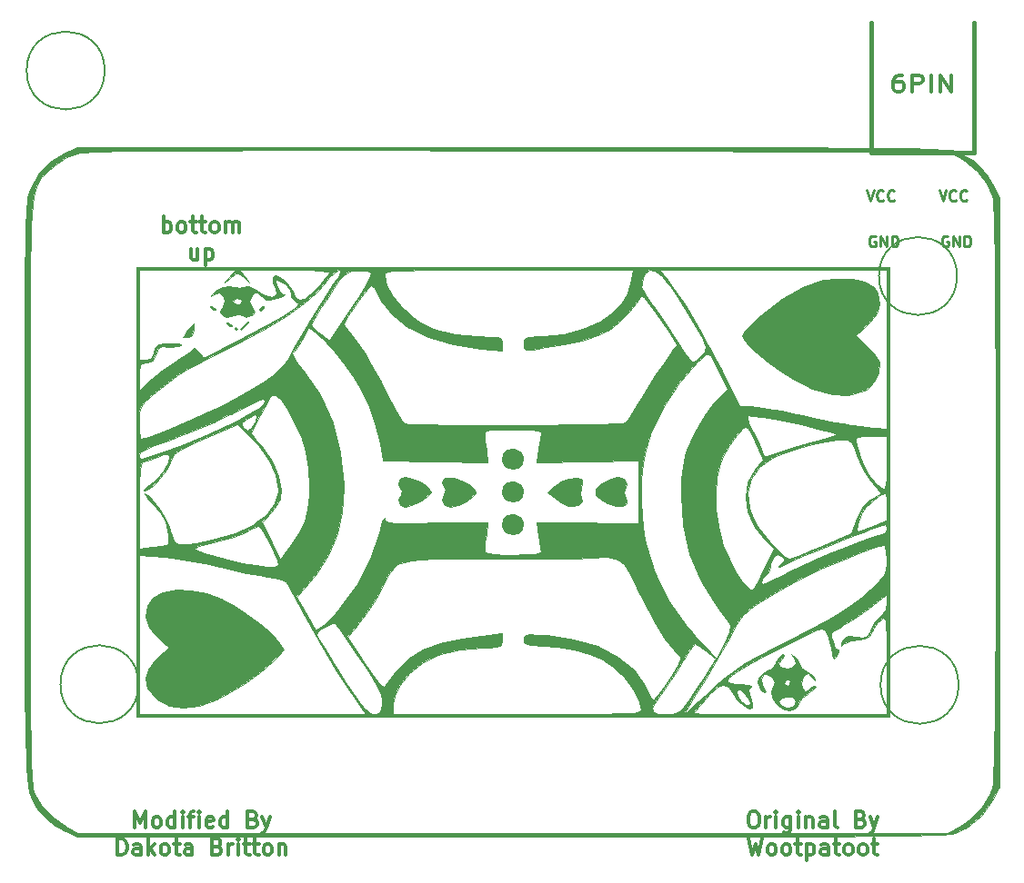
<source format=gbr>
G04 #@! TF.GenerationSoftware,KiCad,Pcbnew,(5.1.4)-1*
G04 #@! TF.CreationDate,2020-12-29T20:37:27-06:00*
G04 #@! TF.ProjectId,lets_split,6c657473-5f73-4706-9c69-742e6b696361,rev?*
G04 #@! TF.SameCoordinates,Original*
G04 #@! TF.FileFunction,Legend,Top*
G04 #@! TF.FilePolarity,Positive*
%FSLAX46Y46*%
G04 Gerber Fmt 4.6, Leading zero omitted, Abs format (unit mm)*
G04 Created by KiCad (PCBNEW (5.1.4)-1) date 2020-12-29 20:37:27*
%MOMM*%
%LPD*%
G04 APERTURE LIST*
%ADD10C,0.300000*%
%ADD11C,0.250000*%
%ADD12C,0.010000*%
%ADD13C,0.381000*%
%ADD14C,0.200000*%
%ADD15C,0.150000*%
%ADD16C,0.304800*%
G04 APERTURE END LIST*
D10*
X58301714Y-107861571D02*
X58301714Y-106361571D01*
X58801714Y-107433000D01*
X59301714Y-106361571D01*
X59301714Y-107861571D01*
X60230285Y-107861571D02*
X60087428Y-107790142D01*
X60016000Y-107718714D01*
X59944571Y-107575857D01*
X59944571Y-107147285D01*
X60016000Y-107004428D01*
X60087428Y-106933000D01*
X60230285Y-106861571D01*
X60444571Y-106861571D01*
X60587428Y-106933000D01*
X60658857Y-107004428D01*
X60730285Y-107147285D01*
X60730285Y-107575857D01*
X60658857Y-107718714D01*
X60587428Y-107790142D01*
X60444571Y-107861571D01*
X60230285Y-107861571D01*
X62016000Y-107861571D02*
X62016000Y-106361571D01*
X62016000Y-107790142D02*
X61873142Y-107861571D01*
X61587428Y-107861571D01*
X61444571Y-107790142D01*
X61373142Y-107718714D01*
X61301714Y-107575857D01*
X61301714Y-107147285D01*
X61373142Y-107004428D01*
X61444571Y-106933000D01*
X61587428Y-106861571D01*
X61873142Y-106861571D01*
X62016000Y-106933000D01*
X62730285Y-107861571D02*
X62730285Y-106861571D01*
X62730285Y-106361571D02*
X62658857Y-106433000D01*
X62730285Y-106504428D01*
X62801714Y-106433000D01*
X62730285Y-106361571D01*
X62730285Y-106504428D01*
X63230285Y-106861571D02*
X63801714Y-106861571D01*
X63444571Y-107861571D02*
X63444571Y-106575857D01*
X63516000Y-106433000D01*
X63658857Y-106361571D01*
X63801714Y-106361571D01*
X64301714Y-107861571D02*
X64301714Y-106861571D01*
X64301714Y-106361571D02*
X64230285Y-106433000D01*
X64301714Y-106504428D01*
X64373142Y-106433000D01*
X64301714Y-106361571D01*
X64301714Y-106504428D01*
X65587428Y-107790142D02*
X65444571Y-107861571D01*
X65158857Y-107861571D01*
X65016000Y-107790142D01*
X64944571Y-107647285D01*
X64944571Y-107075857D01*
X65016000Y-106933000D01*
X65158857Y-106861571D01*
X65444571Y-106861571D01*
X65587428Y-106933000D01*
X65658857Y-107075857D01*
X65658857Y-107218714D01*
X64944571Y-107361571D01*
X66944571Y-107861571D02*
X66944571Y-106361571D01*
X66944571Y-107790142D02*
X66801714Y-107861571D01*
X66516000Y-107861571D01*
X66373142Y-107790142D01*
X66301714Y-107718714D01*
X66230285Y-107575857D01*
X66230285Y-107147285D01*
X66301714Y-107004428D01*
X66373142Y-106933000D01*
X66516000Y-106861571D01*
X66801714Y-106861571D01*
X66944571Y-106933000D01*
X69301714Y-107075857D02*
X69516000Y-107147285D01*
X69587428Y-107218714D01*
X69658857Y-107361571D01*
X69658857Y-107575857D01*
X69587428Y-107718714D01*
X69516000Y-107790142D01*
X69373142Y-107861571D01*
X68801714Y-107861571D01*
X68801714Y-106361571D01*
X69301714Y-106361571D01*
X69444571Y-106433000D01*
X69516000Y-106504428D01*
X69587428Y-106647285D01*
X69587428Y-106790142D01*
X69516000Y-106933000D01*
X69444571Y-107004428D01*
X69301714Y-107075857D01*
X68801714Y-107075857D01*
X70158857Y-106861571D02*
X70516000Y-107861571D01*
X70873142Y-106861571D02*
X70516000Y-107861571D01*
X70373142Y-108218714D01*
X70301714Y-108290142D01*
X70158857Y-108361571D01*
X56694571Y-110411571D02*
X56694571Y-108911571D01*
X57051714Y-108911571D01*
X57265999Y-108983000D01*
X57408857Y-109125857D01*
X57480285Y-109268714D01*
X57551714Y-109554428D01*
X57551714Y-109768714D01*
X57480285Y-110054428D01*
X57408857Y-110197285D01*
X57265999Y-110340142D01*
X57051714Y-110411571D01*
X56694571Y-110411571D01*
X58837428Y-110411571D02*
X58837428Y-109625857D01*
X58765999Y-109483000D01*
X58623142Y-109411571D01*
X58337428Y-109411571D01*
X58194571Y-109483000D01*
X58837428Y-110340142D02*
X58694571Y-110411571D01*
X58337428Y-110411571D01*
X58194571Y-110340142D01*
X58123142Y-110197285D01*
X58123142Y-110054428D01*
X58194571Y-109911571D01*
X58337428Y-109840142D01*
X58694571Y-109840142D01*
X58837428Y-109768714D01*
X59551714Y-110411571D02*
X59551714Y-108911571D01*
X59694571Y-109840142D02*
X60123142Y-110411571D01*
X60123142Y-109411571D02*
X59551714Y-109983000D01*
X60980285Y-110411571D02*
X60837428Y-110340142D01*
X60765999Y-110268714D01*
X60694571Y-110125857D01*
X60694571Y-109697285D01*
X60765999Y-109554428D01*
X60837428Y-109483000D01*
X60980285Y-109411571D01*
X61194571Y-109411571D01*
X61337428Y-109483000D01*
X61408857Y-109554428D01*
X61480285Y-109697285D01*
X61480285Y-110125857D01*
X61408857Y-110268714D01*
X61337428Y-110340142D01*
X61194571Y-110411571D01*
X60980285Y-110411571D01*
X61908857Y-109411571D02*
X62480285Y-109411571D01*
X62123142Y-108911571D02*
X62123142Y-110197285D01*
X62194571Y-110340142D01*
X62337428Y-110411571D01*
X62480285Y-110411571D01*
X63623142Y-110411571D02*
X63623142Y-109625857D01*
X63551714Y-109483000D01*
X63408857Y-109411571D01*
X63123142Y-109411571D01*
X62980285Y-109483000D01*
X63623142Y-110340142D02*
X63480285Y-110411571D01*
X63123142Y-110411571D01*
X62980285Y-110340142D01*
X62908857Y-110197285D01*
X62908857Y-110054428D01*
X62980285Y-109911571D01*
X63123142Y-109840142D01*
X63480285Y-109840142D01*
X63623142Y-109768714D01*
X65980285Y-109625857D02*
X66194571Y-109697285D01*
X66266000Y-109768714D01*
X66337428Y-109911571D01*
X66337428Y-110125857D01*
X66266000Y-110268714D01*
X66194571Y-110340142D01*
X66051714Y-110411571D01*
X65480285Y-110411571D01*
X65480285Y-108911571D01*
X65980285Y-108911571D01*
X66123142Y-108983000D01*
X66194571Y-109054428D01*
X66266000Y-109197285D01*
X66266000Y-109340142D01*
X66194571Y-109483000D01*
X66123142Y-109554428D01*
X65980285Y-109625857D01*
X65480285Y-109625857D01*
X66980285Y-110411571D02*
X66980285Y-109411571D01*
X66980285Y-109697285D02*
X67051714Y-109554428D01*
X67123142Y-109483000D01*
X67266000Y-109411571D01*
X67408857Y-109411571D01*
X67908857Y-110411571D02*
X67908857Y-109411571D01*
X67908857Y-108911571D02*
X67837428Y-108983000D01*
X67908857Y-109054428D01*
X67980285Y-108983000D01*
X67908857Y-108911571D01*
X67908857Y-109054428D01*
X68408857Y-109411571D02*
X68980285Y-109411571D01*
X68623142Y-108911571D02*
X68623142Y-110197285D01*
X68694571Y-110340142D01*
X68837428Y-110411571D01*
X68980285Y-110411571D01*
X69266000Y-109411571D02*
X69837428Y-109411571D01*
X69480285Y-108911571D02*
X69480285Y-110197285D01*
X69551714Y-110340142D01*
X69694571Y-110411571D01*
X69837428Y-110411571D01*
X70551714Y-110411571D02*
X70408857Y-110340142D01*
X70337428Y-110268714D01*
X70266000Y-110125857D01*
X70266000Y-109697285D01*
X70337428Y-109554428D01*
X70408857Y-109483000D01*
X70551714Y-109411571D01*
X70766000Y-109411571D01*
X70908857Y-109483000D01*
X70980285Y-109554428D01*
X71051714Y-109697285D01*
X71051714Y-110125857D01*
X70980285Y-110268714D01*
X70908857Y-110340142D01*
X70766000Y-110411571D01*
X70551714Y-110411571D01*
X71694571Y-109411571D02*
X71694571Y-110411571D01*
X71694571Y-109554428D02*
X71766000Y-109483000D01*
X71908857Y-109411571D01*
X72123142Y-109411571D01*
X72266000Y-109483000D01*
X72337428Y-109625857D01*
X72337428Y-110411571D01*
X115769142Y-106361571D02*
X116054857Y-106361571D01*
X116197714Y-106433000D01*
X116340571Y-106575857D01*
X116412000Y-106861571D01*
X116412000Y-107361571D01*
X116340571Y-107647285D01*
X116197714Y-107790142D01*
X116054857Y-107861571D01*
X115769142Y-107861571D01*
X115626285Y-107790142D01*
X115483428Y-107647285D01*
X115412000Y-107361571D01*
X115412000Y-106861571D01*
X115483428Y-106575857D01*
X115626285Y-106433000D01*
X115769142Y-106361571D01*
X117054857Y-107861571D02*
X117054857Y-106861571D01*
X117054857Y-107147285D02*
X117126285Y-107004428D01*
X117197714Y-106933000D01*
X117340571Y-106861571D01*
X117483428Y-106861571D01*
X117983428Y-107861571D02*
X117983428Y-106861571D01*
X117983428Y-106361571D02*
X117912000Y-106433000D01*
X117983428Y-106504428D01*
X118054857Y-106433000D01*
X117983428Y-106361571D01*
X117983428Y-106504428D01*
X119340571Y-106861571D02*
X119340571Y-108075857D01*
X119269142Y-108218714D01*
X119197714Y-108290142D01*
X119054857Y-108361571D01*
X118840571Y-108361571D01*
X118697714Y-108290142D01*
X119340571Y-107790142D02*
X119197714Y-107861571D01*
X118912000Y-107861571D01*
X118769142Y-107790142D01*
X118697714Y-107718714D01*
X118626285Y-107575857D01*
X118626285Y-107147285D01*
X118697714Y-107004428D01*
X118769142Y-106933000D01*
X118912000Y-106861571D01*
X119197714Y-106861571D01*
X119340571Y-106933000D01*
X120054857Y-107861571D02*
X120054857Y-106861571D01*
X120054857Y-106361571D02*
X119983428Y-106433000D01*
X120054857Y-106504428D01*
X120126285Y-106433000D01*
X120054857Y-106361571D01*
X120054857Y-106504428D01*
X120769142Y-106861571D02*
X120769142Y-107861571D01*
X120769142Y-107004428D02*
X120840571Y-106933000D01*
X120983428Y-106861571D01*
X121197714Y-106861571D01*
X121340571Y-106933000D01*
X121412000Y-107075857D01*
X121412000Y-107861571D01*
X122769142Y-107861571D02*
X122769142Y-107075857D01*
X122697714Y-106933000D01*
X122554857Y-106861571D01*
X122269142Y-106861571D01*
X122126285Y-106933000D01*
X122769142Y-107790142D02*
X122626285Y-107861571D01*
X122269142Y-107861571D01*
X122126285Y-107790142D01*
X122054857Y-107647285D01*
X122054857Y-107504428D01*
X122126285Y-107361571D01*
X122269142Y-107290142D01*
X122626285Y-107290142D01*
X122769142Y-107218714D01*
X123697714Y-107861571D02*
X123554857Y-107790142D01*
X123483428Y-107647285D01*
X123483428Y-106361571D01*
X125912000Y-107075857D02*
X126126285Y-107147285D01*
X126197714Y-107218714D01*
X126269142Y-107361571D01*
X126269142Y-107575857D01*
X126197714Y-107718714D01*
X126126285Y-107790142D01*
X125983428Y-107861571D01*
X125412000Y-107861571D01*
X125412000Y-106361571D01*
X125912000Y-106361571D01*
X126054857Y-106433000D01*
X126126285Y-106504428D01*
X126197714Y-106647285D01*
X126197714Y-106790142D01*
X126126285Y-106933000D01*
X126054857Y-107004428D01*
X125912000Y-107075857D01*
X125412000Y-107075857D01*
X126769142Y-106861571D02*
X127126285Y-107861571D01*
X127483428Y-106861571D02*
X127126285Y-107861571D01*
X126983428Y-108218714D01*
X126912000Y-108290142D01*
X126769142Y-108361571D01*
X115412000Y-108911571D02*
X115769142Y-110411571D01*
X116054857Y-109340142D01*
X116340571Y-110411571D01*
X116697714Y-108911571D01*
X117483428Y-110411571D02*
X117340571Y-110340142D01*
X117269142Y-110268714D01*
X117197714Y-110125857D01*
X117197714Y-109697285D01*
X117269142Y-109554428D01*
X117340571Y-109483000D01*
X117483428Y-109411571D01*
X117697714Y-109411571D01*
X117840571Y-109483000D01*
X117912000Y-109554428D01*
X117983428Y-109697285D01*
X117983428Y-110125857D01*
X117912000Y-110268714D01*
X117840571Y-110340142D01*
X117697714Y-110411571D01*
X117483428Y-110411571D01*
X118840571Y-110411571D02*
X118697714Y-110340142D01*
X118626285Y-110268714D01*
X118554857Y-110125857D01*
X118554857Y-109697285D01*
X118626285Y-109554428D01*
X118697714Y-109483000D01*
X118840571Y-109411571D01*
X119054857Y-109411571D01*
X119197714Y-109483000D01*
X119269142Y-109554428D01*
X119340571Y-109697285D01*
X119340571Y-110125857D01*
X119269142Y-110268714D01*
X119197714Y-110340142D01*
X119054857Y-110411571D01*
X118840571Y-110411571D01*
X119769142Y-109411571D02*
X120340571Y-109411571D01*
X119983428Y-108911571D02*
X119983428Y-110197285D01*
X120054857Y-110340142D01*
X120197714Y-110411571D01*
X120340571Y-110411571D01*
X120840571Y-109411571D02*
X120840571Y-110911571D01*
X120840571Y-109483000D02*
X120983428Y-109411571D01*
X121269142Y-109411571D01*
X121412000Y-109483000D01*
X121483428Y-109554428D01*
X121554857Y-109697285D01*
X121554857Y-110125857D01*
X121483428Y-110268714D01*
X121412000Y-110340142D01*
X121269142Y-110411571D01*
X120983428Y-110411571D01*
X120840571Y-110340142D01*
X122840571Y-110411571D02*
X122840571Y-109625857D01*
X122769142Y-109483000D01*
X122626285Y-109411571D01*
X122340571Y-109411571D01*
X122197714Y-109483000D01*
X122840571Y-110340142D02*
X122697714Y-110411571D01*
X122340571Y-110411571D01*
X122197714Y-110340142D01*
X122126285Y-110197285D01*
X122126285Y-110054428D01*
X122197714Y-109911571D01*
X122340571Y-109840142D01*
X122697714Y-109840142D01*
X122840571Y-109768714D01*
X123340571Y-109411571D02*
X123912000Y-109411571D01*
X123554857Y-108911571D02*
X123554857Y-110197285D01*
X123626285Y-110340142D01*
X123769142Y-110411571D01*
X123912000Y-110411571D01*
X124626285Y-110411571D02*
X124483428Y-110340142D01*
X124412000Y-110268714D01*
X124340571Y-110125857D01*
X124340571Y-109697285D01*
X124412000Y-109554428D01*
X124483428Y-109483000D01*
X124626285Y-109411571D01*
X124840571Y-109411571D01*
X124983428Y-109483000D01*
X125054857Y-109554428D01*
X125126285Y-109697285D01*
X125126285Y-110125857D01*
X125054857Y-110268714D01*
X124983428Y-110340142D01*
X124840571Y-110411571D01*
X124626285Y-110411571D01*
X125983428Y-110411571D02*
X125840571Y-110340142D01*
X125769142Y-110268714D01*
X125697714Y-110125857D01*
X125697714Y-109697285D01*
X125769142Y-109554428D01*
X125840571Y-109483000D01*
X125983428Y-109411571D01*
X126197714Y-109411571D01*
X126340571Y-109483000D01*
X126412000Y-109554428D01*
X126483428Y-109697285D01*
X126483428Y-110125857D01*
X126412000Y-110268714D01*
X126340571Y-110340142D01*
X126197714Y-110411571D01*
X125983428Y-110411571D01*
X126912000Y-109411571D02*
X127483428Y-109411571D01*
X127126285Y-108911571D02*
X127126285Y-110197285D01*
X127197714Y-110340142D01*
X127340571Y-110411571D01*
X127483428Y-110411571D01*
X60964285Y-52403571D02*
X60964285Y-50903571D01*
X60964285Y-51475000D02*
X61107142Y-51403571D01*
X61392857Y-51403571D01*
X61535714Y-51475000D01*
X61607142Y-51546428D01*
X61678571Y-51689285D01*
X61678571Y-52117857D01*
X61607142Y-52260714D01*
X61535714Y-52332142D01*
X61392857Y-52403571D01*
X61107142Y-52403571D01*
X60964285Y-52332142D01*
X62535714Y-52403571D02*
X62392857Y-52332142D01*
X62321428Y-52260714D01*
X62250000Y-52117857D01*
X62250000Y-51689285D01*
X62321428Y-51546428D01*
X62392857Y-51475000D01*
X62535714Y-51403571D01*
X62750000Y-51403571D01*
X62892857Y-51475000D01*
X62964285Y-51546428D01*
X63035714Y-51689285D01*
X63035714Y-52117857D01*
X62964285Y-52260714D01*
X62892857Y-52332142D01*
X62750000Y-52403571D01*
X62535714Y-52403571D01*
X63464285Y-51403571D02*
X64035714Y-51403571D01*
X63678571Y-50903571D02*
X63678571Y-52189285D01*
X63750000Y-52332142D01*
X63892857Y-52403571D01*
X64035714Y-52403571D01*
X64321428Y-51403571D02*
X64892857Y-51403571D01*
X64535714Y-50903571D02*
X64535714Y-52189285D01*
X64607142Y-52332142D01*
X64750000Y-52403571D01*
X64892857Y-52403571D01*
X65607142Y-52403571D02*
X65464285Y-52332142D01*
X65392857Y-52260714D01*
X65321428Y-52117857D01*
X65321428Y-51689285D01*
X65392857Y-51546428D01*
X65464285Y-51475000D01*
X65607142Y-51403571D01*
X65821428Y-51403571D01*
X65964285Y-51475000D01*
X66035714Y-51546428D01*
X66107142Y-51689285D01*
X66107142Y-52117857D01*
X66035714Y-52260714D01*
X65964285Y-52332142D01*
X65821428Y-52403571D01*
X65607142Y-52403571D01*
X66750000Y-52403571D02*
X66750000Y-51403571D01*
X66750000Y-51546428D02*
X66821428Y-51475000D01*
X66964285Y-51403571D01*
X67178571Y-51403571D01*
X67321428Y-51475000D01*
X67392857Y-51617857D01*
X67392857Y-52403571D01*
X67392857Y-51617857D02*
X67464285Y-51475000D01*
X67607142Y-51403571D01*
X67821428Y-51403571D01*
X67964285Y-51475000D01*
X68035714Y-51617857D01*
X68035714Y-52403571D01*
X64142857Y-53953571D02*
X64142857Y-54953571D01*
X63500000Y-53953571D02*
X63500000Y-54739285D01*
X63571428Y-54882142D01*
X63714285Y-54953571D01*
X63928571Y-54953571D01*
X64071428Y-54882142D01*
X64142857Y-54810714D01*
X64857142Y-53953571D02*
X64857142Y-55453571D01*
X64857142Y-54025000D02*
X65000000Y-53953571D01*
X65285714Y-53953571D01*
X65428571Y-54025000D01*
X65500000Y-54096428D01*
X65571428Y-54239285D01*
X65571428Y-54667857D01*
X65500000Y-54810714D01*
X65428571Y-54882142D01*
X65285714Y-54953571D01*
X65000000Y-54953571D01*
X64857142Y-54882142D01*
D11*
X127238095Y-52750000D02*
X127142857Y-52702380D01*
X127000000Y-52702380D01*
X126857142Y-52750000D01*
X126761904Y-52845238D01*
X126714285Y-52940476D01*
X126666666Y-53130952D01*
X126666666Y-53273809D01*
X126714285Y-53464285D01*
X126761904Y-53559523D01*
X126857142Y-53654761D01*
X127000000Y-53702380D01*
X127095238Y-53702380D01*
X127238095Y-53654761D01*
X127285714Y-53607142D01*
X127285714Y-53273809D01*
X127095238Y-53273809D01*
X127714285Y-53702380D02*
X127714285Y-52702380D01*
X128285714Y-53702380D01*
X128285714Y-52702380D01*
X128761904Y-53702380D02*
X128761904Y-52702380D01*
X129000000Y-52702380D01*
X129142857Y-52750000D01*
X129238095Y-52845238D01*
X129285714Y-52940476D01*
X129333333Y-53130952D01*
X129333333Y-53273809D01*
X129285714Y-53464285D01*
X129238095Y-53559523D01*
X129142857Y-53654761D01*
X129000000Y-53702380D01*
X128761904Y-53702380D01*
X126416666Y-48452380D02*
X126750000Y-49452380D01*
X127083333Y-48452380D01*
X127988095Y-49357142D02*
X127940476Y-49404761D01*
X127797619Y-49452380D01*
X127702380Y-49452380D01*
X127559523Y-49404761D01*
X127464285Y-49309523D01*
X127416666Y-49214285D01*
X127369047Y-49023809D01*
X127369047Y-48880952D01*
X127416666Y-48690476D01*
X127464285Y-48595238D01*
X127559523Y-48500000D01*
X127702380Y-48452380D01*
X127797619Y-48452380D01*
X127940476Y-48500000D01*
X127988095Y-48547619D01*
X128988095Y-49357142D02*
X128940476Y-49404761D01*
X128797619Y-49452380D01*
X128702380Y-49452380D01*
X128559523Y-49404761D01*
X128464285Y-49309523D01*
X128416666Y-49214285D01*
X128369047Y-49023809D01*
X128369047Y-48880952D01*
X128416666Y-48690476D01*
X128464285Y-48595238D01*
X128559523Y-48500000D01*
X128702380Y-48452380D01*
X128797619Y-48452380D01*
X128940476Y-48500000D01*
X128988095Y-48547619D01*
X133988095Y-52750000D02*
X133892857Y-52702380D01*
X133750000Y-52702380D01*
X133607142Y-52750000D01*
X133511904Y-52845238D01*
X133464285Y-52940476D01*
X133416666Y-53130952D01*
X133416666Y-53273809D01*
X133464285Y-53464285D01*
X133511904Y-53559523D01*
X133607142Y-53654761D01*
X133750000Y-53702380D01*
X133845238Y-53702380D01*
X133988095Y-53654761D01*
X134035714Y-53607142D01*
X134035714Y-53273809D01*
X133845238Y-53273809D01*
X134464285Y-53702380D02*
X134464285Y-52702380D01*
X135035714Y-53702380D01*
X135035714Y-52702380D01*
X135511904Y-53702380D02*
X135511904Y-52702380D01*
X135750000Y-52702380D01*
X135892857Y-52750000D01*
X135988095Y-52845238D01*
X136035714Y-52940476D01*
X136083333Y-53130952D01*
X136083333Y-53273809D01*
X136035714Y-53464285D01*
X135988095Y-53559523D01*
X135892857Y-53654761D01*
X135750000Y-53702380D01*
X135511904Y-53702380D01*
X133166666Y-48452380D02*
X133500000Y-49452380D01*
X133833333Y-48452380D01*
X134738095Y-49357142D02*
X134690476Y-49404761D01*
X134547619Y-49452380D01*
X134452380Y-49452380D01*
X134309523Y-49404761D01*
X134214285Y-49309523D01*
X134166666Y-49214285D01*
X134119047Y-49023809D01*
X134119047Y-48880952D01*
X134166666Y-48690476D01*
X134214285Y-48595238D01*
X134309523Y-48500000D01*
X134452380Y-48452380D01*
X134547619Y-48452380D01*
X134690476Y-48500000D01*
X134738095Y-48547619D01*
X135738095Y-49357142D02*
X135690476Y-49404761D01*
X135547619Y-49452380D01*
X135452380Y-49452380D01*
X135309523Y-49404761D01*
X135214285Y-49309523D01*
X135166666Y-49214285D01*
X135119047Y-49023809D01*
X135119047Y-48880952D01*
X135166666Y-48690476D01*
X135214285Y-48595238D01*
X135309523Y-48500000D01*
X135452380Y-48452380D01*
X135547619Y-48452380D01*
X135690476Y-48500000D01*
X135738095Y-48547619D01*
D12*
G36*
X121461711Y-94996704D02*
G01*
X120963873Y-95345155D01*
X120904000Y-95377000D01*
X120384898Y-95738005D01*
X120144081Y-96087940D01*
X120142000Y-96114421D01*
X119963113Y-96554492D01*
X119764299Y-96771262D01*
X119195812Y-96968442D01*
X118576251Y-96793089D01*
X118017525Y-96353816D01*
X117631545Y-95759237D01*
X117530221Y-95117963D01*
X117665661Y-94734452D01*
X117834087Y-94270289D01*
X117589878Y-93859498D01*
X117557909Y-93827051D01*
X117129206Y-93567864D01*
X116864375Y-93583935D01*
X116613790Y-93993842D01*
X116658442Y-94560803D01*
X116890800Y-94945200D01*
X117035310Y-95199617D01*
X116951899Y-95250000D01*
X116637406Y-95058580D01*
X116410620Y-94773501D01*
X116250521Y-94292193D01*
X116475557Y-93779618D01*
X116490924Y-93757501D01*
X116905663Y-93346908D01*
X117228881Y-93218000D01*
X117580740Y-93012250D01*
X117953423Y-92511363D01*
X117983000Y-92456000D01*
X118327713Y-91938111D01*
X118640138Y-91696346D01*
X118663890Y-91694000D01*
X118735054Y-91846275D01*
X118509294Y-92181785D01*
X118217139Y-92557505D01*
X118295985Y-92775485D01*
X118561840Y-92933943D01*
X119129568Y-93049794D01*
X119137166Y-93046053D01*
X119137166Y-94016206D01*
X118884756Y-94099116D01*
X118729476Y-94416107D01*
X118769526Y-94527682D01*
X118956915Y-94602073D01*
X118956915Y-95648398D01*
X118583200Y-95776624D01*
X118243223Y-96048558D01*
X118341487Y-96363525D01*
X118388874Y-96422970D01*
X118878113Y-96700146D01*
X119228179Y-96722757D01*
X119681523Y-96491632D01*
X119835686Y-96097676D01*
X119639978Y-95737588D01*
X119501070Y-95663870D01*
X118956915Y-95648398D01*
X118956915Y-94602073D01*
X119038814Y-94634586D01*
X119201236Y-94514364D01*
X119346721Y-94172882D01*
X119137166Y-94016206D01*
X119137166Y-93046053D01*
X119525825Y-92854644D01*
X119842782Y-92541825D01*
X119753999Y-92213593D01*
X119624413Y-92038985D01*
X119386187Y-91718196D01*
X119490102Y-91756290D01*
X119697500Y-91915600D01*
X120056064Y-92334837D01*
X120142000Y-92600241D01*
X120348274Y-92941340D01*
X120821745Y-93267640D01*
X121350275Y-93627909D01*
X121612892Y-93980000D01*
X121582431Y-94119701D01*
X121314148Y-93853000D01*
X120991265Y-93505157D01*
X120762027Y-93551369D01*
X120532842Y-93824587D01*
X120298781Y-94362002D01*
X120426057Y-94798160D01*
X120652180Y-95132360D01*
X120900051Y-95086058D01*
X121178215Y-94850706D01*
X121533575Y-94618655D01*
X121666000Y-94696110D01*
X121461711Y-94996704D01*
X121461711Y-94996704D01*
G37*
X121461711Y-94996704D02*
X120963873Y-95345155D01*
X120904000Y-95377000D01*
X120384898Y-95738005D01*
X120144081Y-96087940D01*
X120142000Y-96114421D01*
X119963113Y-96554492D01*
X119764299Y-96771262D01*
X119195812Y-96968442D01*
X118576251Y-96793089D01*
X118017525Y-96353816D01*
X117631545Y-95759237D01*
X117530221Y-95117963D01*
X117665661Y-94734452D01*
X117834087Y-94270289D01*
X117589878Y-93859498D01*
X117557909Y-93827051D01*
X117129206Y-93567864D01*
X116864375Y-93583935D01*
X116613790Y-93993842D01*
X116658442Y-94560803D01*
X116890800Y-94945200D01*
X117035310Y-95199617D01*
X116951899Y-95250000D01*
X116637406Y-95058580D01*
X116410620Y-94773501D01*
X116250521Y-94292193D01*
X116475557Y-93779618D01*
X116490924Y-93757501D01*
X116905663Y-93346908D01*
X117228881Y-93218000D01*
X117580740Y-93012250D01*
X117953423Y-92511363D01*
X117983000Y-92456000D01*
X118327713Y-91938111D01*
X118640138Y-91696346D01*
X118663890Y-91694000D01*
X118735054Y-91846275D01*
X118509294Y-92181785D01*
X118217139Y-92557505D01*
X118295985Y-92775485D01*
X118561840Y-92933943D01*
X119129568Y-93049794D01*
X119137166Y-93046053D01*
X119137166Y-94016206D01*
X118884756Y-94099116D01*
X118729476Y-94416107D01*
X118769526Y-94527682D01*
X118956915Y-94602073D01*
X118956915Y-95648398D01*
X118583200Y-95776624D01*
X118243223Y-96048558D01*
X118341487Y-96363525D01*
X118388874Y-96422970D01*
X118878113Y-96700146D01*
X119228179Y-96722757D01*
X119681523Y-96491632D01*
X119835686Y-96097676D01*
X119639978Y-95737588D01*
X119501070Y-95663870D01*
X118956915Y-95648398D01*
X118956915Y-94602073D01*
X119038814Y-94634586D01*
X119201236Y-94514364D01*
X119346721Y-94172882D01*
X119137166Y-94016206D01*
X119137166Y-93046053D01*
X119525825Y-92854644D01*
X119842782Y-92541825D01*
X119753999Y-92213593D01*
X119624413Y-92038985D01*
X119386187Y-91718196D01*
X119490102Y-91756290D01*
X119697500Y-91915600D01*
X120056064Y-92334837D01*
X120142000Y-92600241D01*
X120348274Y-92941340D01*
X120821745Y-93267640D01*
X121350275Y-93627909D01*
X121612892Y-93980000D01*
X121582431Y-94119701D01*
X121314148Y-93853000D01*
X120991265Y-93505157D01*
X120762027Y-93551369D01*
X120532842Y-93824587D01*
X120298781Y-94362002D01*
X120426057Y-94798160D01*
X120652180Y-95132360D01*
X120900051Y-95086058D01*
X121178215Y-94850706D01*
X121533575Y-94618655D01*
X121666000Y-94696110D01*
X121461711Y-94996704D01*
G36*
X127568710Y-65425007D02*
G01*
X127138347Y-66321001D01*
X126396065Y-67014576D01*
X126167363Y-67139230D01*
X124768650Y-67528069D01*
X123171837Y-67458924D01*
X121371950Y-66930850D01*
X119364017Y-65942905D01*
X119125600Y-65803366D01*
X118226312Y-65214264D01*
X117276828Y-64502950D01*
X116368823Y-63749835D01*
X115593972Y-63035328D01*
X115043949Y-62439842D01*
X114810429Y-62043787D01*
X114808000Y-62016273D01*
X114983452Y-61746873D01*
X115454457Y-61227218D01*
X116137992Y-60545791D01*
X116571606Y-60136737D01*
X118530338Y-58552106D01*
X120463516Y-57457605D01*
X122401318Y-56838432D01*
X123604321Y-56687508D01*
X125087253Y-56722542D01*
X126261084Y-56988916D01*
X127066049Y-57466030D01*
X127408546Y-57998789D01*
X127591355Y-59053902D01*
X127367882Y-59951322D01*
X126699412Y-60815245D01*
X126461155Y-61037932D01*
X125378141Y-62004864D01*
X126418880Y-62942932D01*
X127033353Y-63583233D01*
X127473156Y-64200988D01*
X127597496Y-64492521D01*
X127568710Y-65425007D01*
X127568710Y-65425007D01*
G37*
X127568710Y-65425007D02*
X127138347Y-66321001D01*
X126396065Y-67014576D01*
X126167363Y-67139230D01*
X124768650Y-67528069D01*
X123171837Y-67458924D01*
X121371950Y-66930850D01*
X119364017Y-65942905D01*
X119125600Y-65803366D01*
X118226312Y-65214264D01*
X117276828Y-64502950D01*
X116368823Y-63749835D01*
X115593972Y-63035328D01*
X115043949Y-62439842D01*
X114810429Y-62043787D01*
X114808000Y-62016273D01*
X114983452Y-61746873D01*
X115454457Y-61227218D01*
X116137992Y-60545791D01*
X116571606Y-60136737D01*
X118530338Y-58552106D01*
X120463516Y-57457605D01*
X122401318Y-56838432D01*
X123604321Y-56687508D01*
X125087253Y-56722542D01*
X126261084Y-56988916D01*
X127066049Y-57466030D01*
X127408546Y-57998789D01*
X127591355Y-59053902D01*
X127367882Y-59951322D01*
X126699412Y-60815245D01*
X126461155Y-61037932D01*
X125378141Y-62004864D01*
X126418880Y-62942932D01*
X127033353Y-63583233D01*
X127473156Y-64200988D01*
X127597496Y-64492521D01*
X127568710Y-65425007D01*
G36*
X103970520Y-76212733D02*
G01*
X103925771Y-76261829D01*
X103781805Y-76633758D01*
X103920460Y-76876521D01*
X104079870Y-77381156D01*
X104037505Y-77624732D01*
X103694100Y-77889868D01*
X103062523Y-77883622D01*
X102272724Y-77623123D01*
X101728087Y-77320354D01*
X101205546Y-76836343D01*
X101175654Y-76365406D01*
X101642694Y-75870659D01*
X101917500Y-75689216D01*
X102621495Y-75351492D01*
X103257348Y-75187802D01*
X103322472Y-75184949D01*
X103849811Y-75357102D01*
X104098683Y-75758344D01*
X103970520Y-76212733D01*
X103970520Y-76212733D01*
G37*
X103970520Y-76212733D02*
X103925771Y-76261829D01*
X103781805Y-76633758D01*
X103920460Y-76876521D01*
X104079870Y-77381156D01*
X104037505Y-77624732D01*
X103694100Y-77889868D01*
X103062523Y-77883622D01*
X102272724Y-77623123D01*
X101728087Y-77320354D01*
X101205546Y-76836343D01*
X101175654Y-76365406D01*
X101642694Y-75870659D01*
X101917500Y-75689216D01*
X102621495Y-75351492D01*
X103257348Y-75187802D01*
X103322472Y-75184949D01*
X103849811Y-75357102D01*
X104098683Y-75758344D01*
X103970520Y-76212733D01*
G36*
X99855284Y-76137809D02*
G01*
X99754490Y-76759320D01*
X99840271Y-77003669D01*
X99887977Y-77471473D01*
X99556833Y-77809621D01*
X98974982Y-77920389D01*
X98694355Y-77877550D01*
X98056289Y-77598266D01*
X97403087Y-77148343D01*
X96738063Y-76576313D01*
X97354609Y-75997097D01*
X97958356Y-75595121D01*
X98689723Y-75322946D01*
X99377985Y-75219864D01*
X99852416Y-75325165D01*
X99928455Y-75404756D01*
X99962648Y-75833777D01*
X99855284Y-76137809D01*
X99855284Y-76137809D01*
G37*
X99855284Y-76137809D02*
X99754490Y-76759320D01*
X99840271Y-77003669D01*
X99887977Y-77471473D01*
X99556833Y-77809621D01*
X98974982Y-77920389D01*
X98694355Y-77877550D01*
X98056289Y-77598266D01*
X97403087Y-77148343D01*
X96738063Y-76576313D01*
X97354609Y-75997097D01*
X97958356Y-75595121D01*
X98689723Y-75322946D01*
X99377985Y-75219864D01*
X99852416Y-75325165D01*
X99928455Y-75404756D01*
X99962648Y-75833777D01*
X99855284Y-76137809D01*
G36*
X94334337Y-80114892D02*
G01*
X94008274Y-80430685D01*
X93376078Y-80468174D01*
X92794572Y-80326510D01*
X92547858Y-79961153D01*
X92504278Y-79709583D01*
X92597886Y-79062872D01*
X92930377Y-78757994D01*
X93602721Y-78616353D01*
X94135144Y-78872198D01*
X94414005Y-79415699D01*
X94334337Y-80114892D01*
X94334337Y-80114892D01*
G37*
X94334337Y-80114892D02*
X94008274Y-80430685D01*
X93376078Y-80468174D01*
X92794572Y-80326510D01*
X92547858Y-79961153D01*
X92504278Y-79709583D01*
X92597886Y-79062872D01*
X92930377Y-78757994D01*
X93602721Y-78616353D01*
X94135144Y-78872198D01*
X94414005Y-79415699D01*
X94334337Y-80114892D01*
G36*
X94334337Y-77066892D02*
G01*
X94008274Y-77382685D01*
X93376078Y-77420174D01*
X92794572Y-77278510D01*
X92547858Y-76913153D01*
X92504278Y-76661583D01*
X92597886Y-76014872D01*
X92930377Y-75709994D01*
X93602721Y-75568353D01*
X94135144Y-75824198D01*
X94414005Y-76367699D01*
X94334337Y-77066892D01*
X94334337Y-77066892D01*
G37*
X94334337Y-77066892D02*
X94008274Y-77382685D01*
X93376078Y-77420174D01*
X92794572Y-77278510D01*
X92547858Y-76913153D01*
X92504278Y-76661583D01*
X92597886Y-76014872D01*
X92930377Y-75709994D01*
X93602721Y-75568353D01*
X94135144Y-75824198D01*
X94414005Y-76367699D01*
X94334337Y-77066892D01*
G36*
X94334337Y-74018892D02*
G01*
X94008274Y-74334685D01*
X93376078Y-74372174D01*
X92794572Y-74230510D01*
X92547858Y-73865153D01*
X92504278Y-73613583D01*
X92597886Y-72966872D01*
X92930377Y-72661994D01*
X93602721Y-72520353D01*
X94135144Y-72776198D01*
X94414005Y-73319699D01*
X94334337Y-74018892D01*
X94334337Y-74018892D01*
G37*
X94334337Y-74018892D02*
X94008274Y-74334685D01*
X93376078Y-74372174D01*
X92794572Y-74230510D01*
X92547858Y-73865153D01*
X92504278Y-73613583D01*
X92597886Y-72966872D01*
X92930377Y-72661994D01*
X93602721Y-72520353D01*
X94135144Y-72776198D01*
X94414005Y-73319699D01*
X94334337Y-74018892D01*
G36*
X89880560Y-76877703D02*
G01*
X89266789Y-77381340D01*
X88445240Y-77791603D01*
X87684631Y-77976844D01*
X87634642Y-77978000D01*
X87119974Y-77789114D01*
X86913043Y-77349655D01*
X87079055Y-76886746D01*
X87199692Y-76396291D01*
X87111361Y-76191481D01*
X86888335Y-75669702D01*
X87072553Y-75360002D01*
X87249568Y-75275635D01*
X87989495Y-75236451D01*
X88881193Y-75559164D01*
X89503290Y-75966436D01*
X89943489Y-76380198D01*
X89998984Y-76690879D01*
X89880560Y-76877703D01*
X89880560Y-76877703D01*
G37*
X89880560Y-76877703D02*
X89266789Y-77381340D01*
X88445240Y-77791603D01*
X87684631Y-77976844D01*
X87634642Y-77978000D01*
X87119974Y-77789114D01*
X86913043Y-77349655D01*
X87079055Y-76886746D01*
X87199692Y-76396291D01*
X87111361Y-76191481D01*
X86888335Y-75669702D01*
X87072553Y-75360002D01*
X87249568Y-75275635D01*
X87989495Y-75236451D01*
X88881193Y-75559164D01*
X89503290Y-75966436D01*
X89943489Y-76380198D01*
X89998984Y-76690879D01*
X89880560Y-76877703D01*
G36*
X85640302Y-76909360D02*
G01*
X85115684Y-77297417D01*
X84443865Y-77665765D01*
X83790562Y-77919447D01*
X83441148Y-77978000D01*
X83015119Y-77779706D01*
X82863485Y-77326593D01*
X83041918Y-76854378D01*
X83193192Y-76478834D01*
X83070334Y-76334622D01*
X82822440Y-75935276D01*
X82897524Y-75451329D01*
X82973334Y-75353333D01*
X83431009Y-75213470D01*
X84112245Y-75326147D01*
X84849930Y-75619192D01*
X85476949Y-76020435D01*
X85826190Y-76457702D01*
X85852000Y-76596553D01*
X85640302Y-76909360D01*
X85640302Y-76909360D01*
G37*
X85640302Y-76909360D02*
X85115684Y-77297417D01*
X84443865Y-77665765D01*
X83790562Y-77919447D01*
X83441148Y-77978000D01*
X83015119Y-77779706D01*
X82863485Y-77326593D01*
X83041918Y-76854378D01*
X83193192Y-76478834D01*
X83070334Y-76334622D01*
X82822440Y-75935276D01*
X82897524Y-75451329D01*
X82973334Y-75353333D01*
X83431009Y-75213470D01*
X84112245Y-75326147D01*
X84849930Y-75619192D01*
X85476949Y-76020435D01*
X85826190Y-76457702D01*
X85852000Y-76596553D01*
X85640302Y-76909360D01*
G36*
X71210040Y-92252352D02*
G01*
X69981500Y-93355137D01*
X68458156Y-94466159D01*
X66833110Y-95452179D01*
X65868276Y-95938147D01*
X64286586Y-96483332D01*
X62794751Y-96659714D01*
X61465659Y-96479237D01*
X60372200Y-95953842D01*
X59587265Y-95095473D01*
X59476665Y-94890929D01*
X59259493Y-93991274D01*
X59514288Y-93097114D01*
X60254406Y-92169205D01*
X60471591Y-91967409D01*
X61471201Y-91075608D01*
X60450559Y-90178304D01*
X59616628Y-89210591D01*
X59269830Y-88215418D01*
X59420030Y-87221533D01*
X59428826Y-87200307D01*
X60002685Y-86453340D01*
X60935622Y-85954142D01*
X62138431Y-85711507D01*
X63521910Y-85734230D01*
X64996853Y-86031105D01*
X66294000Y-86523463D01*
X67618613Y-87235367D01*
X68961469Y-88106213D01*
X70188604Y-89037326D01*
X71166054Y-89930030D01*
X71591040Y-90425161D01*
X72189080Y-91237223D01*
X71210040Y-92252352D01*
X71210040Y-92252352D01*
G37*
X71210040Y-92252352D02*
X69981500Y-93355137D01*
X68458156Y-94466159D01*
X66833110Y-95452179D01*
X65868276Y-95938147D01*
X64286586Y-96483332D01*
X62794751Y-96659714D01*
X61465659Y-96479237D01*
X60372200Y-95953842D01*
X59587265Y-95095473D01*
X59476665Y-94890929D01*
X59259493Y-93991274D01*
X59514288Y-93097114D01*
X60254406Y-92169205D01*
X60471591Y-91967409D01*
X61471201Y-91075608D01*
X60450559Y-90178304D01*
X59616628Y-89210591D01*
X59269830Y-88215418D01*
X59420030Y-87221533D01*
X59428826Y-87200307D01*
X60002685Y-86453340D01*
X60935622Y-85954142D01*
X62138431Y-85711507D01*
X63521910Y-85734230D01*
X64996853Y-86031105D01*
X66294000Y-86523463D01*
X67618613Y-87235367D01*
X68961469Y-88106213D01*
X70188604Y-89037326D01*
X71166054Y-89930030D01*
X71591040Y-90425161D01*
X72189080Y-91237223D01*
X71210040Y-92252352D01*
G36*
X70255255Y-59396754D02*
G01*
X69999504Y-59669435D01*
X69852473Y-59613498D01*
X69850000Y-59577990D01*
X70030411Y-59363152D01*
X70143246Y-59284745D01*
X70317057Y-59254807D01*
X70255255Y-59396754D01*
X70255255Y-59396754D01*
G37*
X70255255Y-59396754D02*
X69999504Y-59669435D01*
X69852473Y-59613498D01*
X69850000Y-59577990D01*
X70030411Y-59363152D01*
X70143246Y-59284745D01*
X70317057Y-59254807D01*
X70255255Y-59396754D01*
G36*
X68754289Y-60839462D02*
G01*
X68612400Y-61023500D01*
X68299066Y-61375279D01*
X68167900Y-61468000D01*
X68091871Y-61344445D01*
X68418160Y-61006785D01*
X68516500Y-60927600D01*
X68817362Y-60707929D01*
X68754289Y-60839462D01*
X68754289Y-60839462D01*
G37*
X68754289Y-60839462D02*
X68612400Y-61023500D01*
X68299066Y-61375279D01*
X68167900Y-61468000D01*
X68091871Y-61344445D01*
X68418160Y-61006785D01*
X68516500Y-60927600D01*
X68817362Y-60707929D01*
X68754289Y-60839462D01*
G36*
X67691000Y-61468000D02*
G01*
X67564000Y-61341000D01*
X67691000Y-61214000D01*
X67818000Y-61341000D01*
X67691000Y-61468000D01*
X67691000Y-61468000D01*
G37*
X67691000Y-61468000D02*
X67564000Y-61341000D01*
X67691000Y-61214000D01*
X67818000Y-61341000D01*
X67691000Y-61468000D01*
G36*
X67145930Y-61134310D02*
G01*
X67056000Y-61087000D01*
X66813430Y-60847677D01*
X66802000Y-60803019D01*
X66966071Y-60785689D01*
X67056000Y-60833000D01*
X67298571Y-61072322D01*
X67310000Y-61116980D01*
X67145930Y-61134310D01*
X67145930Y-61134310D01*
G37*
X67145930Y-61134310D02*
X67056000Y-61087000D01*
X66813430Y-60847677D01*
X66802000Y-60803019D01*
X66966071Y-60785689D01*
X67056000Y-60833000D01*
X67298571Y-61072322D01*
X67310000Y-61116980D01*
X67145930Y-61134310D01*
G36*
X65621930Y-59610310D02*
G01*
X65532000Y-59563000D01*
X65289430Y-59323677D01*
X65278000Y-59279019D01*
X65442071Y-59261689D01*
X65532000Y-59309000D01*
X65774571Y-59548322D01*
X65786000Y-59592980D01*
X65621930Y-59610310D01*
X65621930Y-59610310D01*
G37*
X65621930Y-59610310D02*
X65532000Y-59563000D01*
X65289430Y-59323677D01*
X65278000Y-59279019D01*
X65442071Y-59261689D01*
X65532000Y-59309000D01*
X65774571Y-59548322D01*
X65786000Y-59592980D01*
X65621930Y-59610310D01*
G36*
X63639226Y-61978467D02*
G01*
X63246000Y-62121142D01*
X62835125Y-62117331D01*
X62743648Y-62112071D01*
X62884803Y-61930341D01*
X63219606Y-61501746D01*
X63246000Y-61468000D01*
X63742705Y-60833000D01*
X63748353Y-61477071D01*
X63639226Y-61978467D01*
X63639226Y-61978467D01*
G37*
X63639226Y-61978467D02*
X63246000Y-62121142D01*
X62835125Y-62117331D01*
X62743648Y-62112071D01*
X62884803Y-61930341D01*
X63219606Y-61501746D01*
X63246000Y-61468000D01*
X63742705Y-60833000D01*
X63748353Y-61477071D01*
X63639226Y-61978467D01*
G36*
X58420000Y-97536000D02*
G01*
X58420000Y-55626000D01*
X72223634Y-55626000D01*
X72223634Y-55880000D01*
X67993267Y-55880000D01*
X68477134Y-56451500D01*
X68961000Y-57023000D01*
X68389500Y-56539133D01*
X67959555Y-56217699D01*
X67649999Y-56231066D01*
X67246500Y-56539133D01*
X66675000Y-57023000D01*
X67642734Y-55880000D01*
X58674000Y-55880000D01*
X58674000Y-64262000D01*
X59288819Y-64262000D01*
X59778236Y-64131339D01*
X60034852Y-63651767D01*
X60065839Y-63523501D01*
X60213987Y-63072192D01*
X60500799Y-62837426D01*
X61078463Y-62728507D01*
X61451030Y-62698001D01*
X62213467Y-62690363D01*
X62563815Y-62796118D01*
X62573816Y-62871216D01*
X62282379Y-63015891D01*
X61683349Y-63051156D01*
X61495856Y-63038189D01*
X60842098Y-63017379D01*
X60496230Y-63192100D01*
X60266038Y-63668671D01*
X60244263Y-63730472D01*
X59931917Y-64310508D01*
X59461531Y-64510364D01*
X59322213Y-64516000D01*
X58940086Y-64554501D01*
X58747966Y-64756086D01*
X58681052Y-65249872D01*
X58674000Y-65807586D01*
X58674000Y-67099173D01*
X59880500Y-66031863D01*
X60805274Y-65289429D01*
X61852262Y-64556776D01*
X62420500Y-64208030D01*
X63127678Y-63767315D01*
X63611180Y-63390409D01*
X63754000Y-63193614D01*
X63885167Y-63175147D01*
X64201597Y-63488530D01*
X64210592Y-63499588D01*
X64667184Y-64063455D01*
X67830092Y-62478396D01*
X69129647Y-61813018D01*
X70398179Y-61138749D01*
X71498828Y-60529878D01*
X72294729Y-60060695D01*
X72358394Y-60020421D01*
X73087074Y-59542592D01*
X73443897Y-59244983D01*
X73488234Y-59039289D01*
X73279458Y-58837205D01*
X73194533Y-58776802D01*
X72840789Y-58378526D01*
X72797080Y-58062629D01*
X72704788Y-57693028D01*
X72306530Y-57232964D01*
X72221016Y-57162354D01*
X71738824Y-56862247D01*
X71449346Y-56830102D01*
X71427103Y-56863692D01*
X71474578Y-57316496D01*
X71749263Y-57829124D01*
X72107611Y-58158726D01*
X72208437Y-58185520D01*
X72188831Y-58259272D01*
X71781444Y-58422923D01*
X71501000Y-58512679D01*
X70827179Y-58683216D01*
X70426167Y-58644028D01*
X70095991Y-58366067D01*
X70040670Y-58302659D01*
X69698758Y-57949911D01*
X69467544Y-57979884D01*
X69216539Y-58276174D01*
X68972059Y-58718254D01*
X69086878Y-59139949D01*
X69192116Y-59309721D01*
X69409655Y-59743629D01*
X69271707Y-60013062D01*
X69096343Y-60133843D01*
X68621885Y-60283191D01*
X68365486Y-60135885D01*
X67938134Y-59987395D01*
X67507390Y-60119044D01*
X66829416Y-60242944D01*
X66509194Y-60116330D01*
X66234612Y-59858336D01*
X66314852Y-59519042D01*
X66444325Y-59309049D01*
X66668661Y-58829955D01*
X66540038Y-58419931D01*
X66447117Y-58285761D01*
X66128676Y-57959879D01*
X65804696Y-58047819D01*
X65637729Y-58175587D01*
X65358649Y-58351251D01*
X65361293Y-58245584D01*
X65809111Y-57821477D01*
X66464740Y-57505857D01*
X67105105Y-57385688D01*
X67401575Y-57450199D01*
X67709450Y-57493418D01*
X67709450Y-58493769D01*
X67564000Y-58547000D01*
X67413046Y-58827829D01*
X67519737Y-58985336D01*
X67926551Y-59108230D01*
X68072000Y-59055000D01*
X68222955Y-58774170D01*
X68116264Y-58616663D01*
X67709450Y-58493769D01*
X67709450Y-57493418D01*
X68005099Y-57534922D01*
X68259135Y-57448606D01*
X68811696Y-57391212D01*
X69469000Y-57689071D01*
X70224241Y-58139434D01*
X70696223Y-58356585D01*
X71023883Y-58389830D01*
X71257954Y-58323943D01*
X71512607Y-58098819D01*
X71384954Y-57678466D01*
X71160999Y-57068372D01*
X71151292Y-56582296D01*
X71354512Y-56388000D01*
X71776782Y-56564203D01*
X72306148Y-56990377D01*
X72789159Y-57512868D01*
X73072366Y-57978022D01*
X73093487Y-58129274D01*
X73244761Y-58501973D01*
X73618081Y-58630993D01*
X74083388Y-58561336D01*
X74641342Y-58183614D01*
X75332581Y-57493530D01*
X75907570Y-56839330D01*
X76312054Y-56325813D01*
X76454000Y-56076036D01*
X76213901Y-56011081D01*
X75549147Y-55955219D01*
X74543059Y-55912310D01*
X73278955Y-55886215D01*
X72223634Y-55880000D01*
X72223634Y-55626000D01*
X77271600Y-55626000D01*
X77271600Y-55886992D01*
X76862886Y-56085150D01*
X76364556Y-56573023D01*
X76200000Y-56786717D01*
X75290686Y-57863304D01*
X74074937Y-58946570D01*
X72508858Y-60067427D01*
X70548552Y-61256789D01*
X68150125Y-62545571D01*
X67691000Y-62779130D01*
X65845204Y-63719470D01*
X64378451Y-64490050D01*
X63211150Y-65139561D01*
X62263711Y-65716694D01*
X61456545Y-66270139D01*
X60710061Y-66848586D01*
X59944670Y-67500725D01*
X59880500Y-67557306D01*
X59223041Y-68161396D01*
X58862143Y-68623819D01*
X58708917Y-69133798D01*
X58674470Y-69880557D01*
X58674000Y-70125586D01*
X58695200Y-70923026D01*
X58750235Y-71467823D01*
X58812092Y-71628000D01*
X59246133Y-71526618D01*
X60044197Y-71249129D01*
X61110561Y-70835517D01*
X62349501Y-70325767D01*
X63665293Y-69759864D01*
X64962213Y-69177791D01*
X66144535Y-68619534D01*
X66802000Y-68290570D01*
X68727022Y-67257317D01*
X70166613Y-66391970D01*
X70166613Y-67860333D01*
X69877562Y-67998521D01*
X69225376Y-68315223D01*
X68302980Y-68765179D01*
X67203301Y-69303133D01*
X67055113Y-69375727D01*
X65598628Y-70054595D01*
X63966773Y-70760282D01*
X62388587Y-71396152D01*
X61404500Y-71759853D01*
X60163566Y-72211325D01*
X59342647Y-72560338D01*
X58872928Y-72842669D01*
X58685594Y-73094094D01*
X58674000Y-73179482D01*
X58674000Y-82477112D01*
X58674000Y-97282000D01*
X79738987Y-97282000D01*
X78635160Y-95694500D01*
X77052748Y-93298010D01*
X75502508Y-90692721D01*
X73999405Y-87927834D01*
X73427529Y-86847748D01*
X72925733Y-85921497D01*
X72548829Y-85248853D01*
X72353430Y-84931824D01*
X71992586Y-84749230D01*
X71297322Y-84576010D01*
X70671227Y-84481263D01*
X69827156Y-84350583D01*
X68657798Y-84123417D01*
X67328833Y-83833718D01*
X66214151Y-83567831D01*
X64760179Y-83241293D01*
X63208521Y-82951440D01*
X61775197Y-82735952D01*
X60943651Y-82648448D01*
X58674000Y-82477112D01*
X58674000Y-73179482D01*
X58711263Y-73388603D01*
X58883580Y-73465609D01*
X59281746Y-73398362D01*
X59996555Y-73174726D01*
X60800250Y-72895240D01*
X62701697Y-72191461D01*
X64519601Y-71457521D01*
X66194191Y-70722999D01*
X67665694Y-70017474D01*
X67861003Y-69912932D01*
X67861003Y-70292452D01*
X64889986Y-71545978D01*
X63659147Y-72071683D01*
X62812792Y-72462699D01*
X62265443Y-72777214D01*
X61931625Y-73073417D01*
X61725860Y-73409497D01*
X61577089Y-73801252D01*
X61219294Y-74508279D01*
X60665533Y-75254641D01*
X60035678Y-75910850D01*
X59449600Y-76347417D01*
X59122231Y-76453050D01*
X59103510Y-76341891D01*
X59444893Y-76064938D01*
X59628822Y-75947372D01*
X60346512Y-75356479D01*
X60970459Y-74582004D01*
X61377318Y-73797974D01*
X61467051Y-73353767D01*
X61444676Y-73154149D01*
X61319478Y-73065236D01*
X61005989Y-73101753D01*
X60418743Y-73278424D01*
X59472273Y-73609976D01*
X59005569Y-73777863D01*
X58878156Y-74001670D01*
X58785854Y-74594505D01*
X58725563Y-75596405D01*
X58694182Y-77047407D01*
X58688624Y-77869892D01*
X58675110Y-81852525D01*
X59950140Y-81730011D01*
X60712006Y-81631586D01*
X61244081Y-81516112D01*
X61377185Y-81455482D01*
X61434252Y-81133877D01*
X61401343Y-80499134D01*
X61359353Y-80170846D01*
X61114921Y-79287233D01*
X60603562Y-78452364D01*
X60104502Y-77873112D01*
X59575458Y-77275019D01*
X59256978Y-76854677D01*
X59215107Y-76708000D01*
X59583747Y-76916816D01*
X60081846Y-77458935D01*
X60622881Y-78207858D01*
X61120328Y-79037087D01*
X61487664Y-79820125D01*
X61607570Y-80205800D01*
X61783226Y-80837060D01*
X62033526Y-81248329D01*
X62440771Y-81456763D01*
X63087262Y-81479519D01*
X64055301Y-81333752D01*
X65427187Y-81036619D01*
X65506182Y-81018482D01*
X67627900Y-80400507D01*
X69316025Y-79627327D01*
X69783972Y-79281149D01*
X69783972Y-79757673D01*
X69368792Y-79889883D01*
X68788072Y-80208620D01*
X68746221Y-80235877D01*
X68160114Y-80512857D01*
X67246443Y-80824639D01*
X66177304Y-81114351D01*
X65886776Y-81180870D01*
X64936797Y-81416999D01*
X64223875Y-81647697D01*
X63856417Y-81835469D01*
X63830975Y-81891922D01*
X64095542Y-82047325D01*
X64752072Y-82284739D01*
X65697921Y-82570306D01*
X66690419Y-82835139D01*
X68225500Y-83187712D01*
X69553650Y-83425776D01*
X70607422Y-83542339D01*
X71319373Y-83530407D01*
X71622055Y-83382986D01*
X71628000Y-83347132D01*
X71519480Y-82914741D01*
X71240623Y-82235095D01*
X70861488Y-81444563D01*
X70452131Y-80679515D01*
X70082611Y-80076319D01*
X69822985Y-79771345D01*
X69783972Y-79757673D01*
X69783972Y-79281149D01*
X70555218Y-78710596D01*
X71330136Y-77661968D01*
X71625439Y-76493098D01*
X71628000Y-76368033D01*
X71401686Y-75039081D01*
X70757588Y-73618214D01*
X69747979Y-72206165D01*
X69117683Y-71530235D01*
X67861003Y-70292452D01*
X67861003Y-69912932D01*
X68874340Y-69370525D01*
X69460064Y-69001120D01*
X69460064Y-69342000D01*
X69172556Y-69467121D01*
X68682830Y-69762194D01*
X68259983Y-70083815D01*
X68231429Y-70331560D01*
X68453290Y-70587694D01*
X68795776Y-70847936D01*
X69062711Y-70712200D01*
X69230524Y-70499953D01*
X69506843Y-69989476D01*
X69598520Y-69542366D01*
X69469152Y-69342272D01*
X69460064Y-69342000D01*
X69460064Y-69001120D01*
X69760355Y-68811732D01*
X70263969Y-68370674D01*
X70358000Y-68165402D01*
X70260419Y-67869191D01*
X70166613Y-67860333D01*
X70166613Y-66391970D01*
X70220100Y-66359818D01*
X71054755Y-65760638D01*
X71054755Y-67529442D01*
X71035068Y-67547332D01*
X70837008Y-67845581D01*
X70486609Y-68452417D01*
X70061869Y-69223651D01*
X69640787Y-70015090D01*
X69301361Y-70682544D01*
X69121589Y-71081822D01*
X69119132Y-71089214D01*
X69256911Y-71314306D01*
X69644428Y-71790688D01*
X70002269Y-72197415D01*
X71047714Y-73626537D01*
X71686501Y-75115450D01*
X71876422Y-76389768D01*
X71802286Y-77172136D01*
X71503476Y-77822207D01*
X71007086Y-78436962D01*
X70132172Y-79405387D01*
X70959814Y-81139621D01*
X71787457Y-82873854D01*
X72725232Y-81596349D01*
X73564728Y-80361271D01*
X74100821Y-79286223D01*
X74394814Y-78182130D01*
X74508011Y-76859917D01*
X74516041Y-76073000D01*
X74441234Y-74308545D01*
X74202075Y-72822571D01*
X73748596Y-71398601D01*
X73108945Y-69977000D01*
X72468298Y-68803597D01*
X71887966Y-67975929D01*
X71404576Y-67536907D01*
X71054755Y-67529442D01*
X71054755Y-65760638D01*
X71328187Y-65564347D01*
X72098236Y-64837175D01*
X72577197Y-64144577D01*
X72579229Y-64140571D01*
X73120794Y-63134711D01*
X73854230Y-61857943D01*
X74442792Y-60872505D01*
X74442792Y-61193483D01*
X73928026Y-62202508D01*
X73558772Y-62853518D01*
X73240517Y-63294391D01*
X73155630Y-63370756D01*
X72948932Y-63576220D01*
X72970247Y-63872759D01*
X73257744Y-64351629D01*
X73849592Y-65104086D01*
X73912515Y-65180389D01*
X75506675Y-67502923D01*
X76685386Y-70088192D01*
X77429652Y-72881303D01*
X77720474Y-75827360D01*
X77724000Y-76194529D01*
X77595652Y-78481155D01*
X77176309Y-80461706D01*
X76414523Y-82276795D01*
X75258846Y-84067031D01*
X74492759Y-85025799D01*
X73367917Y-86358599D01*
X74190445Y-87819799D01*
X74618989Y-88576421D01*
X74940601Y-89135522D01*
X75082061Y-89370407D01*
X75339575Y-89325456D01*
X75844288Y-88945392D01*
X76526583Y-88292205D01*
X76941513Y-87838387D01*
X76941513Y-88805269D01*
X76661824Y-88817908D01*
X76164391Y-89034429D01*
X75634830Y-89349901D01*
X75258756Y-89659394D01*
X75184000Y-89798810D01*
X75311533Y-90039571D01*
X75660808Y-90627130D01*
X76181846Y-91479064D01*
X76824663Y-92512952D01*
X76983349Y-92766014D01*
X77951018Y-94293585D01*
X78701247Y-95438276D01*
X79277150Y-96253297D01*
X79721843Y-96791858D01*
X80078441Y-97107168D01*
X80390061Y-97252439D01*
X80642594Y-97282000D01*
X81052989Y-97205612D01*
X81251477Y-96881436D01*
X81328168Y-96329500D01*
X81327618Y-95908225D01*
X81226342Y-95462589D01*
X80983293Y-94910214D01*
X80557423Y-94168727D01*
X79907684Y-93155752D01*
X79271443Y-92202000D01*
X78511407Y-91076308D01*
X77843951Y-90095761D01*
X77323813Y-89340158D01*
X77005730Y-88889300D01*
X76941513Y-88805269D01*
X76941513Y-87838387D01*
X77316839Y-87427883D01*
X77486566Y-87229408D01*
X78977456Y-85151582D01*
X80192592Y-82822110D01*
X81021264Y-80463256D01*
X81249140Y-79652659D01*
X81423327Y-79144919D01*
X81513829Y-79023942D01*
X81520015Y-79068121D01*
X81556372Y-79226263D01*
X81698918Y-79341025D01*
X82014606Y-79417692D01*
X82570388Y-79461548D01*
X83433216Y-79477879D01*
X84670043Y-79471969D01*
X86346725Y-79449121D01*
X91159450Y-79375000D01*
X91004698Y-80518000D01*
X90904983Y-81300041D01*
X90838415Y-81906088D01*
X90827474Y-82042000D01*
X90896679Y-82215597D01*
X91183183Y-82328582D01*
X91768540Y-82392702D01*
X92734306Y-82419708D01*
X93472000Y-82423000D01*
X94708117Y-82399992D01*
X95586417Y-82334800D01*
X96047396Y-82233169D01*
X96102615Y-82169000D01*
X96049929Y-81785055D01*
X95956309Y-81090367D01*
X95896717Y-80645000D01*
X95727205Y-79375000D01*
X100441603Y-79449346D01*
X102280152Y-79478339D01*
X102280152Y-82645282D01*
X101716646Y-82650347D01*
X101659762Y-82667654D01*
X101313667Y-82705448D01*
X100520194Y-82739728D01*
X99339958Y-82769496D01*
X97833574Y-82793753D01*
X96061659Y-82811501D01*
X94084827Y-82821742D01*
X92183962Y-82823718D01*
X89750080Y-82817204D01*
X87769819Y-82812147D01*
X86188972Y-82823262D01*
X84953334Y-82865263D01*
X84008699Y-82952862D01*
X83300860Y-83100774D01*
X82775612Y-83323711D01*
X82378748Y-83636388D01*
X82056062Y-84053517D01*
X81753348Y-84589813D01*
X81416400Y-85259988D01*
X81126708Y-85825061D01*
X80503335Y-86900845D01*
X79790576Y-87971358D01*
X79134716Y-88818053D01*
X79088171Y-88870594D01*
X78039341Y-90038066D01*
X79723171Y-92528380D01*
X80456061Y-93591510D01*
X80969418Y-94275082D01*
X81311843Y-94631009D01*
X81531937Y-94711206D01*
X81661000Y-94598295D01*
X82641710Y-93214021D01*
X83768934Y-92120506D01*
X85115787Y-91279880D01*
X86755385Y-90654271D01*
X88760841Y-90205808D01*
X90626198Y-89954610D01*
X92456000Y-89759096D01*
X92454764Y-90409048D01*
X92430716Y-90744113D01*
X92287522Y-90938448D01*
X91916213Y-91030720D01*
X91207823Y-91059596D01*
X90613264Y-91062507D01*
X88588643Y-91234688D01*
X86727895Y-91718404D01*
X85108695Y-92476316D01*
X83808719Y-93471084D01*
X82905640Y-94665369D01*
X82837088Y-94800650D01*
X82509931Y-95616136D01*
X82317505Y-96365798D01*
X82296000Y-96600193D01*
X82296000Y-97282000D01*
X93853000Y-97282000D01*
X96580223Y-97281030D01*
X98842591Y-97277016D01*
X100683250Y-97268296D01*
X102145342Y-97253211D01*
X103272013Y-97230099D01*
X104106406Y-97197302D01*
X104691666Y-97153159D01*
X105070936Y-97096009D01*
X105287361Y-97024193D01*
X105384084Y-96936050D01*
X105404422Y-96837500D01*
X105186192Y-95910896D01*
X104613936Y-94859343D01*
X103780237Y-93799967D01*
X102777680Y-92849896D01*
X101698852Y-92126258D01*
X101667410Y-92109859D01*
X100568755Y-91672027D01*
X99149834Y-91292649D01*
X97598117Y-91013858D01*
X96203847Y-90881948D01*
X95288157Y-90824609D01*
X94770492Y-90730719D01*
X94540879Y-90562325D01*
X94489347Y-90290248D01*
X94519639Y-90040942D01*
X94679268Y-89900702D01*
X95068936Y-89852733D01*
X95789344Y-89880235D01*
X96593701Y-89939230D01*
X99150536Y-90303703D01*
X101374148Y-90964962D01*
X103237076Y-91907929D01*
X104711855Y-93117529D01*
X105771022Y-94578685D01*
X106026267Y-95117341D01*
X106293198Y-95691095D01*
X106488350Y-95996616D01*
X106516213Y-96012000D01*
X106726772Y-95817716D01*
X107123905Y-95315611D01*
X107622023Y-94626805D01*
X108135535Y-93872418D01*
X108578851Y-93173571D01*
X108810118Y-92765852D01*
X109055159Y-92220649D01*
X109036132Y-91907141D01*
X108805602Y-91666282D01*
X108266933Y-91078877D01*
X107583986Y-90122281D01*
X106816179Y-88892676D01*
X106022928Y-87486244D01*
X105263650Y-85999168D01*
X105123925Y-85706529D01*
X104570264Y-84558397D01*
X104154079Y-83786235D01*
X103809578Y-83300457D01*
X103470966Y-83011474D01*
X103072449Y-82829699D01*
X102990789Y-82801950D01*
X102280152Y-82645282D01*
X102280152Y-79478339D01*
X105156000Y-79523692D01*
X105156000Y-73638307D01*
X100441603Y-73712653D01*
X95727205Y-73787000D01*
X95896717Y-72517000D01*
X96001757Y-71733499D01*
X96080213Y-71154530D01*
X96102615Y-70993000D01*
X95877946Y-70874960D01*
X95205539Y-70790423D01*
X94144899Y-70745134D01*
X93472000Y-70739000D01*
X92257484Y-70750349D01*
X91469065Y-70792230D01*
X91025188Y-70876393D01*
X90844297Y-71014587D01*
X90827474Y-71120000D01*
X90873981Y-71595865D01*
X90964092Y-72338371D01*
X91004427Y-72644000D01*
X91158906Y-73787000D01*
X86288283Y-73734859D01*
X81417659Y-73682719D01*
X81114616Y-72083859D01*
X80651316Y-70145297D01*
X79996342Y-68371511D01*
X79247190Y-66845365D01*
X78602455Y-65795258D01*
X77746420Y-64609601D01*
X76796904Y-63434662D01*
X75871728Y-62416709D01*
X75130105Y-61734124D01*
X74442792Y-61193483D01*
X74442792Y-60872505D01*
X74688423Y-60461241D01*
X75532262Y-59095578D01*
X76294634Y-57911928D01*
X76683053Y-57340500D01*
X77204972Y-56560838D01*
X77434057Y-56106881D01*
X77398007Y-55910220D01*
X77271600Y-55886992D01*
X77271600Y-55626000D01*
X79208074Y-55626000D01*
X79208074Y-55915734D01*
X78968827Y-55927022D01*
X78476088Y-55976083D01*
X78096020Y-56091026D01*
X77746160Y-56347250D01*
X77344041Y-56820152D01*
X76807199Y-57585127D01*
X76263500Y-58400483D01*
X75630211Y-59370317D01*
X75116929Y-60184956D01*
X74780536Y-60752195D01*
X74676000Y-60973836D01*
X74859998Y-61224519D01*
X75322196Y-61640540D01*
X75545296Y-61816750D01*
X76414592Y-62479794D01*
X78431402Y-59455926D01*
X79165760Y-58317194D01*
X79746093Y-57342657D01*
X80130224Y-56608498D01*
X80275978Y-56190899D01*
X80267432Y-56139552D01*
X79906351Y-55967127D01*
X79208074Y-55915734D01*
X79208074Y-55626000D01*
X104704536Y-55626000D01*
X104704536Y-55880000D01*
X93119268Y-55880000D01*
X90394741Y-55880417D01*
X88134791Y-55882963D01*
X86295994Y-55889581D01*
X84834927Y-55902212D01*
X83708167Y-55922798D01*
X82872290Y-55953281D01*
X82283873Y-55995603D01*
X81899493Y-56051706D01*
X81675727Y-56123532D01*
X81569151Y-56213024D01*
X81536342Y-56322122D01*
X81534000Y-56398118D01*
X81741688Y-57288754D01*
X82305960Y-58308662D01*
X83138634Y-59341666D01*
X84151526Y-60271590D01*
X84836000Y-60748266D01*
X86317536Y-61425756D01*
X88119588Y-61882165D01*
X90089182Y-62080456D01*
X90358849Y-62085425D01*
X91385109Y-62100236D01*
X92005586Y-62145073D01*
X92322491Y-62252354D01*
X92438033Y-62454496D01*
X92454349Y-62750023D01*
X92456000Y-63397046D01*
X90517924Y-63211922D01*
X87868332Y-62805976D01*
X85588112Y-62135627D01*
X83697971Y-61211903D01*
X82218615Y-60045828D01*
X81170748Y-58648429D01*
X80903715Y-58092260D01*
X80601808Y-57532114D01*
X80323972Y-57277906D01*
X80248274Y-57286719D01*
X80031915Y-57530774D01*
X79625892Y-58066985D01*
X79115372Y-58774103D01*
X78585525Y-59530880D01*
X78121518Y-60216068D01*
X77808521Y-60708419D01*
X77724000Y-60880337D01*
X77866077Y-61092086D01*
X78244742Y-61610674D01*
X78788649Y-62338910D01*
X79009227Y-62631116D01*
X79653211Y-63573040D01*
X80399022Y-64804970D01*
X81144400Y-66151709D01*
X81667913Y-67186202D01*
X82223192Y-68291264D01*
X82736415Y-69222429D01*
X83152476Y-69885531D01*
X83416269Y-70186406D01*
X83426326Y-70190989D01*
X83802303Y-70238385D01*
X84613569Y-70276622D01*
X85792306Y-70306027D01*
X87270693Y-70326922D01*
X88980912Y-70339634D01*
X90855144Y-70344486D01*
X92825568Y-70341803D01*
X94824367Y-70331911D01*
X96783721Y-70315133D01*
X98635811Y-70291795D01*
X100312817Y-70262220D01*
X101746920Y-70226735D01*
X102870301Y-70185662D01*
X103615142Y-70139328D01*
X103906664Y-70092941D01*
X104237281Y-69759865D01*
X104701052Y-69097486D01*
X105210374Y-68234030D01*
X105332145Y-68006379D01*
X105995464Y-66839930D01*
X106789497Y-65584981D01*
X107503881Y-64566048D01*
X108071287Y-63798353D01*
X108495676Y-63194078D01*
X108702843Y-62859784D01*
X108712000Y-62831176D01*
X108576993Y-62579974D01*
X108211152Y-62002209D01*
X107673246Y-61188687D01*
X107136409Y-60396830D01*
X106445561Y-59395919D01*
X105977815Y-58760283D01*
X105670837Y-58434971D01*
X105462298Y-58365028D01*
X105289865Y-58495502D01*
X105167909Y-58661337D01*
X104306320Y-59803244D01*
X103435650Y-60712442D01*
X102473406Y-61429612D01*
X101337093Y-61995438D01*
X99944219Y-62450601D01*
X98212291Y-62835784D01*
X96058816Y-63191669D01*
X95948500Y-63207967D01*
X95130484Y-63319142D01*
X94694862Y-63319423D01*
X94521480Y-63172138D01*
X94490184Y-62840616D01*
X94490352Y-62762939D01*
X94516483Y-62418525D01*
X94665472Y-62217689D01*
X95047813Y-62117090D01*
X95774001Y-62073389D01*
X96283124Y-62059753D01*
X98213993Y-61864774D01*
X100032211Y-61402275D01*
X101603289Y-60715161D01*
X102565033Y-60055699D01*
X103558347Y-59059936D01*
X104177196Y-58035631D01*
X104527493Y-56823723D01*
X104704536Y-55880000D01*
X104704536Y-55626000D01*
X106150784Y-55626000D01*
X106150784Y-55887861D01*
X105726957Y-56189789D01*
X105591929Y-56578500D01*
X105501191Y-57152466D01*
X105448058Y-57452066D01*
X105570238Y-57721655D01*
X105929577Y-58299934D01*
X106461922Y-59086602D01*
X106792814Y-59554486D01*
X107551525Y-60639437D01*
X108326061Y-61791832D01*
X108974568Y-62799636D01*
X109097204Y-62998920D01*
X109579678Y-63751404D01*
X109976098Y-64294223D01*
X110204312Y-64515392D01*
X110210115Y-64516000D01*
X110497040Y-64348033D01*
X110943865Y-63937759D01*
X110999837Y-63879045D01*
X111367307Y-63451433D01*
X111462948Y-63109035D01*
X111307205Y-62633261D01*
X111148315Y-62291545D01*
X110772650Y-61592590D01*
X110197315Y-60629647D01*
X109505168Y-59530385D01*
X108779071Y-58422474D01*
X108101882Y-57433581D01*
X107556460Y-56691375D01*
X107358002Y-56451500D01*
X106732571Y-55972358D01*
X106150784Y-55887861D01*
X106150784Y-55626000D01*
X128270000Y-55626000D01*
X128270000Y-55880000D01*
X107099449Y-55880000D01*
X107612002Y-56451500D01*
X107970398Y-56907978D01*
X108514472Y-57667460D01*
X109156095Y-58605052D01*
X109538697Y-59182000D01*
X110176301Y-60214919D01*
X110946491Y-61553942D01*
X111707798Y-62943364D01*
X111707798Y-63709365D01*
X111406271Y-63784804D01*
X110997672Y-64132671D01*
X110690890Y-64429480D01*
X108991775Y-66357079D01*
X107521261Y-68592692D01*
X106376164Y-70973092D01*
X105818483Y-72644000D01*
X105594970Y-73877601D01*
X105467617Y-75446128D01*
X105436539Y-77185668D01*
X105501850Y-78932312D01*
X105663664Y-80522145D01*
X105812427Y-81356859D01*
X106662866Y-84079824D01*
X107970811Y-86690212D01*
X109686151Y-89095213D01*
X110438932Y-89939509D01*
X110438932Y-90684832D01*
X110236261Y-90886194D01*
X109868563Y-91423079D01*
X109411717Y-92183764D01*
X109365371Y-92265500D01*
X108728162Y-93315849D01*
X107996064Y-94408299D01*
X107468491Y-95123000D01*
X106787335Y-96051073D01*
X106475656Y-96678191D01*
X106538273Y-97057078D01*
X106980008Y-97240458D01*
X107665854Y-97282000D01*
X108199412Y-97269701D01*
X108624134Y-97191418D01*
X109005501Y-96985067D01*
X109408992Y-96588564D01*
X109900089Y-95939826D01*
X110544272Y-94976770D01*
X111246980Y-93886669D01*
X112366541Y-92142338D01*
X111491771Y-91417001D01*
X110925871Y-90976673D01*
X110522773Y-90715291D01*
X110438932Y-90684832D01*
X110438932Y-89939509D01*
X110457923Y-89960809D01*
X112464704Y-92075000D01*
X113185328Y-90606216D01*
X113602689Y-89642469D01*
X113727583Y-89032689D01*
X113658476Y-88801928D01*
X113376887Y-88428144D01*
X112900411Y-87802834D01*
X112455987Y-87222712D01*
X110987465Y-84923725D01*
X109953851Y-82406750D01*
X109345953Y-79642859D01*
X109154654Y-76835000D01*
X109180704Y-75392556D01*
X109292121Y-74266569D01*
X109513676Y-73269120D01*
X109703317Y-72672811D01*
X110406420Y-71023563D01*
X111315805Y-69451803D01*
X112322412Y-68136247D01*
X112720250Y-67728907D01*
X113492223Y-67004815D01*
X112810673Y-65569907D01*
X112325928Y-64556686D01*
X111986327Y-63951582D01*
X111707798Y-63709365D01*
X111707798Y-62943364D01*
X111764140Y-63046191D01*
X112544118Y-64538788D01*
X112756405Y-64960500D01*
X114559970Y-68580000D01*
X115144478Y-68580000D01*
X115144478Y-70510308D01*
X114911993Y-70631094D01*
X114324164Y-71270354D01*
X113674545Y-72206836D01*
X113076701Y-73260992D01*
X112674052Y-74169368D01*
X112433307Y-75259180D01*
X112346400Y-76666450D01*
X112405955Y-78226894D01*
X112604601Y-79776227D01*
X112934962Y-81150166D01*
X112995504Y-81331211D01*
X113535038Y-82661002D01*
X114172941Y-83905311D01*
X114827827Y-84918535D01*
X115302717Y-85458978D01*
X115546392Y-85648206D01*
X115752386Y-85656015D01*
X115985791Y-85414222D01*
X116311698Y-84854645D01*
X116795199Y-83909102D01*
X116809511Y-83880640D01*
X117826125Y-81858696D01*
X116968946Y-81027885D01*
X115963045Y-79776091D01*
X115350642Y-78403848D01*
X115145009Y-77001762D01*
X115359418Y-75660442D01*
X116007141Y-74470496D01*
X116008236Y-74469130D01*
X116759183Y-73533000D01*
X116036019Y-71915704D01*
X115641851Y-71075382D01*
X115366783Y-70632189D01*
X115144478Y-70510308D01*
X115144478Y-68580000D01*
X115373223Y-68580000D01*
X115373223Y-69458198D01*
X115303178Y-69476924D01*
X115316760Y-69742359D01*
X115527229Y-70336917D01*
X115891198Y-71142139D01*
X115974706Y-71310327D01*
X116399219Y-72161480D01*
X116727895Y-72836019D01*
X116898415Y-73205748D01*
X116906683Y-73227532D01*
X117154078Y-73252019D01*
X117710093Y-73090737D01*
X118114011Y-72927309D01*
X118900838Y-72629167D01*
X119983191Y-72282052D01*
X121161086Y-71948945D01*
X121484411Y-71865854D01*
X122452607Y-71612195D01*
X123188272Y-71397861D01*
X123587117Y-71254348D01*
X123627344Y-71218676D01*
X123271273Y-71053791D01*
X122529252Y-70829817D01*
X121506575Y-70568787D01*
X120308536Y-70292731D01*
X119040430Y-70023683D01*
X117807551Y-69783674D01*
X116715194Y-69594735D01*
X115868653Y-69478899D01*
X115373223Y-69458198D01*
X115373223Y-68580000D01*
X115613749Y-68580000D01*
X116238808Y-68637868D01*
X117236220Y-68796843D01*
X118485469Y-69034977D01*
X119866038Y-69330324D01*
X120373265Y-69446728D01*
X121893000Y-69779127D01*
X123443390Y-70078640D01*
X124258222Y-70215164D01*
X124258222Y-71676024D01*
X123592540Y-71712254D01*
X122588186Y-71886114D01*
X121383920Y-72161672D01*
X120118499Y-72502994D01*
X118930682Y-72874146D01*
X117959228Y-73239196D01*
X117626929Y-73393282D01*
X116437239Y-74246432D01*
X115676602Y-75343682D01*
X115361822Y-76632288D01*
X115509702Y-78059508D01*
X115842519Y-78994000D01*
X116220219Y-79645785D01*
X116793665Y-80428378D01*
X117469582Y-81237619D01*
X118154696Y-81969344D01*
X118755734Y-82519391D01*
X119179421Y-82783598D01*
X119244324Y-82792903D01*
X119569002Y-82692337D01*
X120256223Y-82427082D01*
X121203947Y-82037934D01*
X122266468Y-81584643D01*
X125025936Y-80387480D01*
X125531826Y-79031327D01*
X126008234Y-78026503D01*
X126594218Y-77373232D01*
X126898740Y-77167157D01*
X127759764Y-76659141D01*
X126881589Y-75633191D01*
X126285675Y-74775082D01*
X125744529Y-73730204D01*
X125529646Y-73181120D01*
X125235115Y-72372660D01*
X124968873Y-71931929D01*
X124627174Y-71736113D01*
X124258222Y-71676024D01*
X124258222Y-70215164D01*
X124861892Y-70316309D01*
X125985961Y-70463179D01*
X126174500Y-70480184D01*
X128270000Y-70646911D01*
X128270000Y-71374000D01*
X126915334Y-71374000D01*
X126129712Y-71399707D01*
X125572212Y-71465682D01*
X125412349Y-71522318D01*
X125397544Y-71845106D01*
X125555623Y-72482618D01*
X125835080Y-73293823D01*
X126184413Y-74137688D01*
X126552115Y-74873181D01*
X126753363Y-75194340D01*
X127254068Y-75781256D01*
X127747132Y-76191088D01*
X127779664Y-76209453D01*
X128001692Y-76301151D01*
X128144095Y-76234902D01*
X128157519Y-76183748D01*
X128157519Y-76708000D01*
X127636295Y-76895032D01*
X126986862Y-77364278D01*
X126366801Y-77977963D01*
X125933688Y-78598312D01*
X125892529Y-78688348D01*
X125573909Y-79579326D01*
X125495998Y-80118187D01*
X125619414Y-80264000D01*
X125914746Y-80171411D01*
X126519675Y-79933570D01*
X127016414Y-79724721D01*
X128180311Y-79224026D01*
X128180311Y-79603460D01*
X127843818Y-79632939D01*
X127825500Y-79640779D01*
X127339483Y-79833203D01*
X126580252Y-80115100D01*
X126067656Y-80299196D01*
X125283830Y-80592406D01*
X124236019Y-81005519D01*
X123037435Y-81491444D01*
X121801287Y-82003089D01*
X120640786Y-82493361D01*
X119669144Y-82915169D01*
X118999570Y-83221422D01*
X118811947Y-83317337D01*
X118334876Y-83538111D01*
X118174131Y-83521586D01*
X118399811Y-83284390D01*
X118465390Y-83235136D01*
X118775718Y-82949215D01*
X118664229Y-82701153D01*
X118486451Y-82546223D01*
X118118657Y-82333026D01*
X117822739Y-82515283D01*
X117689351Y-82686587D01*
X117442326Y-83233033D01*
X117428662Y-83589744D01*
X117323121Y-84031147D01*
X117059825Y-84290396D01*
X116676422Y-84694117D01*
X116586000Y-84982943D01*
X116691812Y-85127179D01*
X117051931Y-85053847D01*
X117730387Y-84741649D01*
X118427500Y-84370404D01*
X119249990Y-83953473D01*
X120346322Y-83445413D01*
X121623635Y-82884093D01*
X122989068Y-82307384D01*
X124349758Y-81753156D01*
X125612845Y-81259279D01*
X126685466Y-80863625D01*
X127474761Y-80604063D01*
X127873928Y-80518000D01*
X128004909Y-80431885D01*
X128004909Y-81534000D01*
X127564908Y-81631775D01*
X126763572Y-81898075D01*
X125702550Y-82292362D01*
X124483494Y-82774098D01*
X123208054Y-83302744D01*
X121977881Y-83837763D01*
X120894625Y-84338617D01*
X120558396Y-84503655D01*
X119314193Y-85160286D01*
X117989388Y-85912409D01*
X116819259Y-86625141D01*
X116534007Y-86810815D01*
X115597884Y-87467685D01*
X114949563Y-88048389D01*
X114438375Y-88722751D01*
X113913651Y-89660597D01*
X113788279Y-89905650D01*
X113228805Y-90942099D01*
X112493991Y-92211927D01*
X111693892Y-93528256D01*
X111164506Y-94361000D01*
X110518997Y-95369800D01*
X109988243Y-96230045D01*
X109627805Y-96849530D01*
X109493338Y-97134425D01*
X109652888Y-97070004D01*
X110098949Y-96711448D01*
X110756870Y-96121868D01*
X111315500Y-95593939D01*
X112303775Y-94666515D01*
X113201968Y-93894472D01*
X114106896Y-93213717D01*
X115115374Y-92560158D01*
X116324221Y-91869702D01*
X117830251Y-91078256D01*
X119126000Y-90423397D01*
X121089475Y-89423205D01*
X122668997Y-88573796D01*
X123946615Y-87823703D01*
X125004378Y-87121458D01*
X125924336Y-86415593D01*
X126788538Y-85654640D01*
X126909675Y-85540849D01*
X127611336Y-84857120D01*
X128017736Y-84358745D01*
X128209338Y-83889176D01*
X128266601Y-83291865D01*
X128270000Y-82894155D01*
X128270000Y-86097429D01*
X126682500Y-87338904D01*
X125756086Y-88024737D01*
X124820507Y-88654762D01*
X124070294Y-89098344D01*
X124037426Y-89115166D01*
X123401368Y-89459074D01*
X123130568Y-89741125D01*
X123134800Y-90124394D01*
X123251615Y-90535437D01*
X123484105Y-91071940D01*
X123717501Y-91285078D01*
X123763031Y-91272809D01*
X123837244Y-91347496D01*
X123680783Y-91726171D01*
X123479210Y-92064271D01*
X123345587Y-92096925D01*
X123232734Y-91760188D01*
X123093474Y-90990113D01*
X123080570Y-90912628D01*
X122886707Y-90166239D01*
X122620144Y-89582433D01*
X122599763Y-89553261D01*
X122443252Y-89394389D01*
X122220352Y-89338779D01*
X121857362Y-89411209D01*
X121280580Y-89636458D01*
X120416305Y-90039306D01*
X119190836Y-90644532D01*
X118856494Y-90811782D01*
X116863159Y-91837734D01*
X115314832Y-92695565D01*
X114218228Y-93381027D01*
X113580063Y-93889873D01*
X113407054Y-94217855D01*
X113420764Y-94249798D01*
X113741758Y-94391821D01*
X114386615Y-94479147D01*
X114514634Y-94483521D01*
X114514634Y-94996000D01*
X114310001Y-95167363D01*
X114398677Y-95581687D01*
X114720367Y-96055499D01*
X115191321Y-96451872D01*
X115496337Y-96463441D01*
X115570000Y-96222500D01*
X115405751Y-95810818D01*
X115034614Y-95342659D01*
X114639010Y-95030021D01*
X114514634Y-94996000D01*
X114514634Y-94483521D01*
X114759491Y-94491889D01*
X115399628Y-94529931D01*
X115676173Y-94624681D01*
X115636544Y-94695498D01*
X115454539Y-94951001D01*
X115529967Y-95427652D01*
X115625071Y-95697915D01*
X115782637Y-96289747D01*
X115762640Y-96662138D01*
X115748645Y-96680022D01*
X115383247Y-96732160D01*
X114872127Y-96456475D01*
X114347062Y-95950656D01*
X113958793Y-95353176D01*
X113551934Y-94732305D01*
X113085267Y-94529161D01*
X112507106Y-94753111D01*
X111765765Y-95413522D01*
X111398698Y-95817137D01*
X110822170Y-96485184D01*
X110406187Y-96984349D01*
X110236485Y-97211617D01*
X110236000Y-97214137D01*
X110480488Y-97229815D01*
X111175901Y-97244214D01*
X112265165Y-97256904D01*
X113691207Y-97267457D01*
X115396953Y-97275441D01*
X117325329Y-97280428D01*
X119253000Y-97282000D01*
X128270000Y-97282000D01*
X128270000Y-92697378D01*
X128266664Y-91068890D01*
X128252486Y-89884304D01*
X128221211Y-89079542D01*
X128166584Y-88590526D01*
X128082350Y-88353178D01*
X127962255Y-88303421D01*
X127845661Y-88350230D01*
X127455865Y-88731075D01*
X127060194Y-89350833D01*
X127014944Y-89442351D01*
X126661813Y-90024826D01*
X126219100Y-90260781D01*
X125700695Y-90297000D01*
X124950638Y-90401588D01*
X124359553Y-90655599D01*
X124330827Y-90678000D01*
X124015927Y-90915252D01*
X124017538Y-90791870D01*
X124174128Y-90486051D01*
X124448970Y-90119399D01*
X124852635Y-90007351D01*
X125469803Y-90071470D01*
X126123040Y-90140884D01*
X126482247Y-89997400D01*
X126751093Y-89529893D01*
X126838337Y-89324783D01*
X127225393Y-88637153D01*
X127679905Y-88134787D01*
X127743247Y-88090765D01*
X128175933Y-87553389D01*
X128270000Y-86929616D01*
X128270000Y-86097429D01*
X128270000Y-82894155D01*
X128224816Y-82114211D01*
X128106139Y-81629411D01*
X128004909Y-81534000D01*
X128004909Y-80431885D01*
X128199734Y-80303794D01*
X128270000Y-79982824D01*
X128180311Y-79603460D01*
X128180311Y-79224026D01*
X128270000Y-79185442D01*
X128270000Y-77946721D01*
X128249271Y-77232327D01*
X128196400Y-76784739D01*
X128157519Y-76708000D01*
X128157519Y-76183748D01*
X128224497Y-75928519D01*
X128260522Y-75299817D01*
X128269796Y-74266608D01*
X128270000Y-73922936D01*
X128270000Y-71374000D01*
X128270000Y-70646911D01*
X128270000Y-55880000D01*
X128270000Y-55626000D01*
X128524000Y-55626000D01*
X128524000Y-97536000D01*
X58420000Y-97536000D01*
X58420000Y-97536000D01*
G37*
X58420000Y-97536000D02*
X58420000Y-55626000D01*
X72223634Y-55626000D01*
X72223634Y-55880000D01*
X67993267Y-55880000D01*
X68477134Y-56451500D01*
X68961000Y-57023000D01*
X68389500Y-56539133D01*
X67959555Y-56217699D01*
X67649999Y-56231066D01*
X67246500Y-56539133D01*
X66675000Y-57023000D01*
X67642734Y-55880000D01*
X58674000Y-55880000D01*
X58674000Y-64262000D01*
X59288819Y-64262000D01*
X59778236Y-64131339D01*
X60034852Y-63651767D01*
X60065839Y-63523501D01*
X60213987Y-63072192D01*
X60500799Y-62837426D01*
X61078463Y-62728507D01*
X61451030Y-62698001D01*
X62213467Y-62690363D01*
X62563815Y-62796118D01*
X62573816Y-62871216D01*
X62282379Y-63015891D01*
X61683349Y-63051156D01*
X61495856Y-63038189D01*
X60842098Y-63017379D01*
X60496230Y-63192100D01*
X60266038Y-63668671D01*
X60244263Y-63730472D01*
X59931917Y-64310508D01*
X59461531Y-64510364D01*
X59322213Y-64516000D01*
X58940086Y-64554501D01*
X58747966Y-64756086D01*
X58681052Y-65249872D01*
X58674000Y-65807586D01*
X58674000Y-67099173D01*
X59880500Y-66031863D01*
X60805274Y-65289429D01*
X61852262Y-64556776D01*
X62420500Y-64208030D01*
X63127678Y-63767315D01*
X63611180Y-63390409D01*
X63754000Y-63193614D01*
X63885167Y-63175147D01*
X64201597Y-63488530D01*
X64210592Y-63499588D01*
X64667184Y-64063455D01*
X67830092Y-62478396D01*
X69129647Y-61813018D01*
X70398179Y-61138749D01*
X71498828Y-60529878D01*
X72294729Y-60060695D01*
X72358394Y-60020421D01*
X73087074Y-59542592D01*
X73443897Y-59244983D01*
X73488234Y-59039289D01*
X73279458Y-58837205D01*
X73194533Y-58776802D01*
X72840789Y-58378526D01*
X72797080Y-58062629D01*
X72704788Y-57693028D01*
X72306530Y-57232964D01*
X72221016Y-57162354D01*
X71738824Y-56862247D01*
X71449346Y-56830102D01*
X71427103Y-56863692D01*
X71474578Y-57316496D01*
X71749263Y-57829124D01*
X72107611Y-58158726D01*
X72208437Y-58185520D01*
X72188831Y-58259272D01*
X71781444Y-58422923D01*
X71501000Y-58512679D01*
X70827179Y-58683216D01*
X70426167Y-58644028D01*
X70095991Y-58366067D01*
X70040670Y-58302659D01*
X69698758Y-57949911D01*
X69467544Y-57979884D01*
X69216539Y-58276174D01*
X68972059Y-58718254D01*
X69086878Y-59139949D01*
X69192116Y-59309721D01*
X69409655Y-59743629D01*
X69271707Y-60013062D01*
X69096343Y-60133843D01*
X68621885Y-60283191D01*
X68365486Y-60135885D01*
X67938134Y-59987395D01*
X67507390Y-60119044D01*
X66829416Y-60242944D01*
X66509194Y-60116330D01*
X66234612Y-59858336D01*
X66314852Y-59519042D01*
X66444325Y-59309049D01*
X66668661Y-58829955D01*
X66540038Y-58419931D01*
X66447117Y-58285761D01*
X66128676Y-57959879D01*
X65804696Y-58047819D01*
X65637729Y-58175587D01*
X65358649Y-58351251D01*
X65361293Y-58245584D01*
X65809111Y-57821477D01*
X66464740Y-57505857D01*
X67105105Y-57385688D01*
X67401575Y-57450199D01*
X67709450Y-57493418D01*
X67709450Y-58493769D01*
X67564000Y-58547000D01*
X67413046Y-58827829D01*
X67519737Y-58985336D01*
X67926551Y-59108230D01*
X68072000Y-59055000D01*
X68222955Y-58774170D01*
X68116264Y-58616663D01*
X67709450Y-58493769D01*
X67709450Y-57493418D01*
X68005099Y-57534922D01*
X68259135Y-57448606D01*
X68811696Y-57391212D01*
X69469000Y-57689071D01*
X70224241Y-58139434D01*
X70696223Y-58356585D01*
X71023883Y-58389830D01*
X71257954Y-58323943D01*
X71512607Y-58098819D01*
X71384954Y-57678466D01*
X71160999Y-57068372D01*
X71151292Y-56582296D01*
X71354512Y-56388000D01*
X71776782Y-56564203D01*
X72306148Y-56990377D01*
X72789159Y-57512868D01*
X73072366Y-57978022D01*
X73093487Y-58129274D01*
X73244761Y-58501973D01*
X73618081Y-58630993D01*
X74083388Y-58561336D01*
X74641342Y-58183614D01*
X75332581Y-57493530D01*
X75907570Y-56839330D01*
X76312054Y-56325813D01*
X76454000Y-56076036D01*
X76213901Y-56011081D01*
X75549147Y-55955219D01*
X74543059Y-55912310D01*
X73278955Y-55886215D01*
X72223634Y-55880000D01*
X72223634Y-55626000D01*
X77271600Y-55626000D01*
X77271600Y-55886992D01*
X76862886Y-56085150D01*
X76364556Y-56573023D01*
X76200000Y-56786717D01*
X75290686Y-57863304D01*
X74074937Y-58946570D01*
X72508858Y-60067427D01*
X70548552Y-61256789D01*
X68150125Y-62545571D01*
X67691000Y-62779130D01*
X65845204Y-63719470D01*
X64378451Y-64490050D01*
X63211150Y-65139561D01*
X62263711Y-65716694D01*
X61456545Y-66270139D01*
X60710061Y-66848586D01*
X59944670Y-67500725D01*
X59880500Y-67557306D01*
X59223041Y-68161396D01*
X58862143Y-68623819D01*
X58708917Y-69133798D01*
X58674470Y-69880557D01*
X58674000Y-70125586D01*
X58695200Y-70923026D01*
X58750235Y-71467823D01*
X58812092Y-71628000D01*
X59246133Y-71526618D01*
X60044197Y-71249129D01*
X61110561Y-70835517D01*
X62349501Y-70325767D01*
X63665293Y-69759864D01*
X64962213Y-69177791D01*
X66144535Y-68619534D01*
X66802000Y-68290570D01*
X68727022Y-67257317D01*
X70166613Y-66391970D01*
X70166613Y-67860333D01*
X69877562Y-67998521D01*
X69225376Y-68315223D01*
X68302980Y-68765179D01*
X67203301Y-69303133D01*
X67055113Y-69375727D01*
X65598628Y-70054595D01*
X63966773Y-70760282D01*
X62388587Y-71396152D01*
X61404500Y-71759853D01*
X60163566Y-72211325D01*
X59342647Y-72560338D01*
X58872928Y-72842669D01*
X58685594Y-73094094D01*
X58674000Y-73179482D01*
X58674000Y-82477112D01*
X58674000Y-97282000D01*
X79738987Y-97282000D01*
X78635160Y-95694500D01*
X77052748Y-93298010D01*
X75502508Y-90692721D01*
X73999405Y-87927834D01*
X73427529Y-86847748D01*
X72925733Y-85921497D01*
X72548829Y-85248853D01*
X72353430Y-84931824D01*
X71992586Y-84749230D01*
X71297322Y-84576010D01*
X70671227Y-84481263D01*
X69827156Y-84350583D01*
X68657798Y-84123417D01*
X67328833Y-83833718D01*
X66214151Y-83567831D01*
X64760179Y-83241293D01*
X63208521Y-82951440D01*
X61775197Y-82735952D01*
X60943651Y-82648448D01*
X58674000Y-82477112D01*
X58674000Y-73179482D01*
X58711263Y-73388603D01*
X58883580Y-73465609D01*
X59281746Y-73398362D01*
X59996555Y-73174726D01*
X60800250Y-72895240D01*
X62701697Y-72191461D01*
X64519601Y-71457521D01*
X66194191Y-70722999D01*
X67665694Y-70017474D01*
X67861003Y-69912932D01*
X67861003Y-70292452D01*
X64889986Y-71545978D01*
X63659147Y-72071683D01*
X62812792Y-72462699D01*
X62265443Y-72777214D01*
X61931625Y-73073417D01*
X61725860Y-73409497D01*
X61577089Y-73801252D01*
X61219294Y-74508279D01*
X60665533Y-75254641D01*
X60035678Y-75910850D01*
X59449600Y-76347417D01*
X59122231Y-76453050D01*
X59103510Y-76341891D01*
X59444893Y-76064938D01*
X59628822Y-75947372D01*
X60346512Y-75356479D01*
X60970459Y-74582004D01*
X61377318Y-73797974D01*
X61467051Y-73353767D01*
X61444676Y-73154149D01*
X61319478Y-73065236D01*
X61005989Y-73101753D01*
X60418743Y-73278424D01*
X59472273Y-73609976D01*
X59005569Y-73777863D01*
X58878156Y-74001670D01*
X58785854Y-74594505D01*
X58725563Y-75596405D01*
X58694182Y-77047407D01*
X58688624Y-77869892D01*
X58675110Y-81852525D01*
X59950140Y-81730011D01*
X60712006Y-81631586D01*
X61244081Y-81516112D01*
X61377185Y-81455482D01*
X61434252Y-81133877D01*
X61401343Y-80499134D01*
X61359353Y-80170846D01*
X61114921Y-79287233D01*
X60603562Y-78452364D01*
X60104502Y-77873112D01*
X59575458Y-77275019D01*
X59256978Y-76854677D01*
X59215107Y-76708000D01*
X59583747Y-76916816D01*
X60081846Y-77458935D01*
X60622881Y-78207858D01*
X61120328Y-79037087D01*
X61487664Y-79820125D01*
X61607570Y-80205800D01*
X61783226Y-80837060D01*
X62033526Y-81248329D01*
X62440771Y-81456763D01*
X63087262Y-81479519D01*
X64055301Y-81333752D01*
X65427187Y-81036619D01*
X65506182Y-81018482D01*
X67627900Y-80400507D01*
X69316025Y-79627327D01*
X69783972Y-79281149D01*
X69783972Y-79757673D01*
X69368792Y-79889883D01*
X68788072Y-80208620D01*
X68746221Y-80235877D01*
X68160114Y-80512857D01*
X67246443Y-80824639D01*
X66177304Y-81114351D01*
X65886776Y-81180870D01*
X64936797Y-81416999D01*
X64223875Y-81647697D01*
X63856417Y-81835469D01*
X63830975Y-81891922D01*
X64095542Y-82047325D01*
X64752072Y-82284739D01*
X65697921Y-82570306D01*
X66690419Y-82835139D01*
X68225500Y-83187712D01*
X69553650Y-83425776D01*
X70607422Y-83542339D01*
X71319373Y-83530407D01*
X71622055Y-83382986D01*
X71628000Y-83347132D01*
X71519480Y-82914741D01*
X71240623Y-82235095D01*
X70861488Y-81444563D01*
X70452131Y-80679515D01*
X70082611Y-80076319D01*
X69822985Y-79771345D01*
X69783972Y-79757673D01*
X69783972Y-79281149D01*
X70555218Y-78710596D01*
X71330136Y-77661968D01*
X71625439Y-76493098D01*
X71628000Y-76368033D01*
X71401686Y-75039081D01*
X70757588Y-73618214D01*
X69747979Y-72206165D01*
X69117683Y-71530235D01*
X67861003Y-70292452D01*
X67861003Y-69912932D01*
X68874340Y-69370525D01*
X69460064Y-69001120D01*
X69460064Y-69342000D01*
X69172556Y-69467121D01*
X68682830Y-69762194D01*
X68259983Y-70083815D01*
X68231429Y-70331560D01*
X68453290Y-70587694D01*
X68795776Y-70847936D01*
X69062711Y-70712200D01*
X69230524Y-70499953D01*
X69506843Y-69989476D01*
X69598520Y-69542366D01*
X69469152Y-69342272D01*
X69460064Y-69342000D01*
X69460064Y-69001120D01*
X69760355Y-68811732D01*
X70263969Y-68370674D01*
X70358000Y-68165402D01*
X70260419Y-67869191D01*
X70166613Y-67860333D01*
X70166613Y-66391970D01*
X70220100Y-66359818D01*
X71054755Y-65760638D01*
X71054755Y-67529442D01*
X71035068Y-67547332D01*
X70837008Y-67845581D01*
X70486609Y-68452417D01*
X70061869Y-69223651D01*
X69640787Y-70015090D01*
X69301361Y-70682544D01*
X69121589Y-71081822D01*
X69119132Y-71089214D01*
X69256911Y-71314306D01*
X69644428Y-71790688D01*
X70002269Y-72197415D01*
X71047714Y-73626537D01*
X71686501Y-75115450D01*
X71876422Y-76389768D01*
X71802286Y-77172136D01*
X71503476Y-77822207D01*
X71007086Y-78436962D01*
X70132172Y-79405387D01*
X70959814Y-81139621D01*
X71787457Y-82873854D01*
X72725232Y-81596349D01*
X73564728Y-80361271D01*
X74100821Y-79286223D01*
X74394814Y-78182130D01*
X74508011Y-76859917D01*
X74516041Y-76073000D01*
X74441234Y-74308545D01*
X74202075Y-72822571D01*
X73748596Y-71398601D01*
X73108945Y-69977000D01*
X72468298Y-68803597D01*
X71887966Y-67975929D01*
X71404576Y-67536907D01*
X71054755Y-67529442D01*
X71054755Y-65760638D01*
X71328187Y-65564347D01*
X72098236Y-64837175D01*
X72577197Y-64144577D01*
X72579229Y-64140571D01*
X73120794Y-63134711D01*
X73854230Y-61857943D01*
X74442792Y-60872505D01*
X74442792Y-61193483D01*
X73928026Y-62202508D01*
X73558772Y-62853518D01*
X73240517Y-63294391D01*
X73155630Y-63370756D01*
X72948932Y-63576220D01*
X72970247Y-63872759D01*
X73257744Y-64351629D01*
X73849592Y-65104086D01*
X73912515Y-65180389D01*
X75506675Y-67502923D01*
X76685386Y-70088192D01*
X77429652Y-72881303D01*
X77720474Y-75827360D01*
X77724000Y-76194529D01*
X77595652Y-78481155D01*
X77176309Y-80461706D01*
X76414523Y-82276795D01*
X75258846Y-84067031D01*
X74492759Y-85025799D01*
X73367917Y-86358599D01*
X74190445Y-87819799D01*
X74618989Y-88576421D01*
X74940601Y-89135522D01*
X75082061Y-89370407D01*
X75339575Y-89325456D01*
X75844288Y-88945392D01*
X76526583Y-88292205D01*
X76941513Y-87838387D01*
X76941513Y-88805269D01*
X76661824Y-88817908D01*
X76164391Y-89034429D01*
X75634830Y-89349901D01*
X75258756Y-89659394D01*
X75184000Y-89798810D01*
X75311533Y-90039571D01*
X75660808Y-90627130D01*
X76181846Y-91479064D01*
X76824663Y-92512952D01*
X76983349Y-92766014D01*
X77951018Y-94293585D01*
X78701247Y-95438276D01*
X79277150Y-96253297D01*
X79721843Y-96791858D01*
X80078441Y-97107168D01*
X80390061Y-97252439D01*
X80642594Y-97282000D01*
X81052989Y-97205612D01*
X81251477Y-96881436D01*
X81328168Y-96329500D01*
X81327618Y-95908225D01*
X81226342Y-95462589D01*
X80983293Y-94910214D01*
X80557423Y-94168727D01*
X79907684Y-93155752D01*
X79271443Y-92202000D01*
X78511407Y-91076308D01*
X77843951Y-90095761D01*
X77323813Y-89340158D01*
X77005730Y-88889300D01*
X76941513Y-88805269D01*
X76941513Y-87838387D01*
X77316839Y-87427883D01*
X77486566Y-87229408D01*
X78977456Y-85151582D01*
X80192592Y-82822110D01*
X81021264Y-80463256D01*
X81249140Y-79652659D01*
X81423327Y-79144919D01*
X81513829Y-79023942D01*
X81520015Y-79068121D01*
X81556372Y-79226263D01*
X81698918Y-79341025D01*
X82014606Y-79417692D01*
X82570388Y-79461548D01*
X83433216Y-79477879D01*
X84670043Y-79471969D01*
X86346725Y-79449121D01*
X91159450Y-79375000D01*
X91004698Y-80518000D01*
X90904983Y-81300041D01*
X90838415Y-81906088D01*
X90827474Y-82042000D01*
X90896679Y-82215597D01*
X91183183Y-82328582D01*
X91768540Y-82392702D01*
X92734306Y-82419708D01*
X93472000Y-82423000D01*
X94708117Y-82399992D01*
X95586417Y-82334800D01*
X96047396Y-82233169D01*
X96102615Y-82169000D01*
X96049929Y-81785055D01*
X95956309Y-81090367D01*
X95896717Y-80645000D01*
X95727205Y-79375000D01*
X100441603Y-79449346D01*
X102280152Y-79478339D01*
X102280152Y-82645282D01*
X101716646Y-82650347D01*
X101659762Y-82667654D01*
X101313667Y-82705448D01*
X100520194Y-82739728D01*
X99339958Y-82769496D01*
X97833574Y-82793753D01*
X96061659Y-82811501D01*
X94084827Y-82821742D01*
X92183962Y-82823718D01*
X89750080Y-82817204D01*
X87769819Y-82812147D01*
X86188972Y-82823262D01*
X84953334Y-82865263D01*
X84008699Y-82952862D01*
X83300860Y-83100774D01*
X82775612Y-83323711D01*
X82378748Y-83636388D01*
X82056062Y-84053517D01*
X81753348Y-84589813D01*
X81416400Y-85259988D01*
X81126708Y-85825061D01*
X80503335Y-86900845D01*
X79790576Y-87971358D01*
X79134716Y-88818053D01*
X79088171Y-88870594D01*
X78039341Y-90038066D01*
X79723171Y-92528380D01*
X80456061Y-93591510D01*
X80969418Y-94275082D01*
X81311843Y-94631009D01*
X81531937Y-94711206D01*
X81661000Y-94598295D01*
X82641710Y-93214021D01*
X83768934Y-92120506D01*
X85115787Y-91279880D01*
X86755385Y-90654271D01*
X88760841Y-90205808D01*
X90626198Y-89954610D01*
X92456000Y-89759096D01*
X92454764Y-90409048D01*
X92430716Y-90744113D01*
X92287522Y-90938448D01*
X91916213Y-91030720D01*
X91207823Y-91059596D01*
X90613264Y-91062507D01*
X88588643Y-91234688D01*
X86727895Y-91718404D01*
X85108695Y-92476316D01*
X83808719Y-93471084D01*
X82905640Y-94665369D01*
X82837088Y-94800650D01*
X82509931Y-95616136D01*
X82317505Y-96365798D01*
X82296000Y-96600193D01*
X82296000Y-97282000D01*
X93853000Y-97282000D01*
X96580223Y-97281030D01*
X98842591Y-97277016D01*
X100683250Y-97268296D01*
X102145342Y-97253211D01*
X103272013Y-97230099D01*
X104106406Y-97197302D01*
X104691666Y-97153159D01*
X105070936Y-97096009D01*
X105287361Y-97024193D01*
X105384084Y-96936050D01*
X105404422Y-96837500D01*
X105186192Y-95910896D01*
X104613936Y-94859343D01*
X103780237Y-93799967D01*
X102777680Y-92849896D01*
X101698852Y-92126258D01*
X101667410Y-92109859D01*
X100568755Y-91672027D01*
X99149834Y-91292649D01*
X97598117Y-91013858D01*
X96203847Y-90881948D01*
X95288157Y-90824609D01*
X94770492Y-90730719D01*
X94540879Y-90562325D01*
X94489347Y-90290248D01*
X94519639Y-90040942D01*
X94679268Y-89900702D01*
X95068936Y-89852733D01*
X95789344Y-89880235D01*
X96593701Y-89939230D01*
X99150536Y-90303703D01*
X101374148Y-90964962D01*
X103237076Y-91907929D01*
X104711855Y-93117529D01*
X105771022Y-94578685D01*
X106026267Y-95117341D01*
X106293198Y-95691095D01*
X106488350Y-95996616D01*
X106516213Y-96012000D01*
X106726772Y-95817716D01*
X107123905Y-95315611D01*
X107622023Y-94626805D01*
X108135535Y-93872418D01*
X108578851Y-93173571D01*
X108810118Y-92765852D01*
X109055159Y-92220649D01*
X109036132Y-91907141D01*
X108805602Y-91666282D01*
X108266933Y-91078877D01*
X107583986Y-90122281D01*
X106816179Y-88892676D01*
X106022928Y-87486244D01*
X105263650Y-85999168D01*
X105123925Y-85706529D01*
X104570264Y-84558397D01*
X104154079Y-83786235D01*
X103809578Y-83300457D01*
X103470966Y-83011474D01*
X103072449Y-82829699D01*
X102990789Y-82801950D01*
X102280152Y-82645282D01*
X102280152Y-79478339D01*
X105156000Y-79523692D01*
X105156000Y-73638307D01*
X100441603Y-73712653D01*
X95727205Y-73787000D01*
X95896717Y-72517000D01*
X96001757Y-71733499D01*
X96080213Y-71154530D01*
X96102615Y-70993000D01*
X95877946Y-70874960D01*
X95205539Y-70790423D01*
X94144899Y-70745134D01*
X93472000Y-70739000D01*
X92257484Y-70750349D01*
X91469065Y-70792230D01*
X91025188Y-70876393D01*
X90844297Y-71014587D01*
X90827474Y-71120000D01*
X90873981Y-71595865D01*
X90964092Y-72338371D01*
X91004427Y-72644000D01*
X91158906Y-73787000D01*
X86288283Y-73734859D01*
X81417659Y-73682719D01*
X81114616Y-72083859D01*
X80651316Y-70145297D01*
X79996342Y-68371511D01*
X79247190Y-66845365D01*
X78602455Y-65795258D01*
X77746420Y-64609601D01*
X76796904Y-63434662D01*
X75871728Y-62416709D01*
X75130105Y-61734124D01*
X74442792Y-61193483D01*
X74442792Y-60872505D01*
X74688423Y-60461241D01*
X75532262Y-59095578D01*
X76294634Y-57911928D01*
X76683053Y-57340500D01*
X77204972Y-56560838D01*
X77434057Y-56106881D01*
X77398007Y-55910220D01*
X77271600Y-55886992D01*
X77271600Y-55626000D01*
X79208074Y-55626000D01*
X79208074Y-55915734D01*
X78968827Y-55927022D01*
X78476088Y-55976083D01*
X78096020Y-56091026D01*
X77746160Y-56347250D01*
X77344041Y-56820152D01*
X76807199Y-57585127D01*
X76263500Y-58400483D01*
X75630211Y-59370317D01*
X75116929Y-60184956D01*
X74780536Y-60752195D01*
X74676000Y-60973836D01*
X74859998Y-61224519D01*
X75322196Y-61640540D01*
X75545296Y-61816750D01*
X76414592Y-62479794D01*
X78431402Y-59455926D01*
X79165760Y-58317194D01*
X79746093Y-57342657D01*
X80130224Y-56608498D01*
X80275978Y-56190899D01*
X80267432Y-56139552D01*
X79906351Y-55967127D01*
X79208074Y-55915734D01*
X79208074Y-55626000D01*
X104704536Y-55626000D01*
X104704536Y-55880000D01*
X93119268Y-55880000D01*
X90394741Y-55880417D01*
X88134791Y-55882963D01*
X86295994Y-55889581D01*
X84834927Y-55902212D01*
X83708167Y-55922798D01*
X82872290Y-55953281D01*
X82283873Y-55995603D01*
X81899493Y-56051706D01*
X81675727Y-56123532D01*
X81569151Y-56213024D01*
X81536342Y-56322122D01*
X81534000Y-56398118D01*
X81741688Y-57288754D01*
X82305960Y-58308662D01*
X83138634Y-59341666D01*
X84151526Y-60271590D01*
X84836000Y-60748266D01*
X86317536Y-61425756D01*
X88119588Y-61882165D01*
X90089182Y-62080456D01*
X90358849Y-62085425D01*
X91385109Y-62100236D01*
X92005586Y-62145073D01*
X92322491Y-62252354D01*
X92438033Y-62454496D01*
X92454349Y-62750023D01*
X92456000Y-63397046D01*
X90517924Y-63211922D01*
X87868332Y-62805976D01*
X85588112Y-62135627D01*
X83697971Y-61211903D01*
X82218615Y-60045828D01*
X81170748Y-58648429D01*
X80903715Y-58092260D01*
X80601808Y-57532114D01*
X80323972Y-57277906D01*
X80248274Y-57286719D01*
X80031915Y-57530774D01*
X79625892Y-58066985D01*
X79115372Y-58774103D01*
X78585525Y-59530880D01*
X78121518Y-60216068D01*
X77808521Y-60708419D01*
X77724000Y-60880337D01*
X77866077Y-61092086D01*
X78244742Y-61610674D01*
X78788649Y-62338910D01*
X79009227Y-62631116D01*
X79653211Y-63573040D01*
X80399022Y-64804970D01*
X81144400Y-66151709D01*
X81667913Y-67186202D01*
X82223192Y-68291264D01*
X82736415Y-69222429D01*
X83152476Y-69885531D01*
X83416269Y-70186406D01*
X83426326Y-70190989D01*
X83802303Y-70238385D01*
X84613569Y-70276622D01*
X85792306Y-70306027D01*
X87270693Y-70326922D01*
X88980912Y-70339634D01*
X90855144Y-70344486D01*
X92825568Y-70341803D01*
X94824367Y-70331911D01*
X96783721Y-70315133D01*
X98635811Y-70291795D01*
X100312817Y-70262220D01*
X101746920Y-70226735D01*
X102870301Y-70185662D01*
X103615142Y-70139328D01*
X103906664Y-70092941D01*
X104237281Y-69759865D01*
X104701052Y-69097486D01*
X105210374Y-68234030D01*
X105332145Y-68006379D01*
X105995464Y-66839930D01*
X106789497Y-65584981D01*
X107503881Y-64566048D01*
X108071287Y-63798353D01*
X108495676Y-63194078D01*
X108702843Y-62859784D01*
X108712000Y-62831176D01*
X108576993Y-62579974D01*
X108211152Y-62002209D01*
X107673246Y-61188687D01*
X107136409Y-60396830D01*
X106445561Y-59395919D01*
X105977815Y-58760283D01*
X105670837Y-58434971D01*
X105462298Y-58365028D01*
X105289865Y-58495502D01*
X105167909Y-58661337D01*
X104306320Y-59803244D01*
X103435650Y-60712442D01*
X102473406Y-61429612D01*
X101337093Y-61995438D01*
X99944219Y-62450601D01*
X98212291Y-62835784D01*
X96058816Y-63191669D01*
X95948500Y-63207967D01*
X95130484Y-63319142D01*
X94694862Y-63319423D01*
X94521480Y-63172138D01*
X94490184Y-62840616D01*
X94490352Y-62762939D01*
X94516483Y-62418525D01*
X94665472Y-62217689D01*
X95047813Y-62117090D01*
X95774001Y-62073389D01*
X96283124Y-62059753D01*
X98213993Y-61864774D01*
X100032211Y-61402275D01*
X101603289Y-60715161D01*
X102565033Y-60055699D01*
X103558347Y-59059936D01*
X104177196Y-58035631D01*
X104527493Y-56823723D01*
X104704536Y-55880000D01*
X104704536Y-55626000D01*
X106150784Y-55626000D01*
X106150784Y-55887861D01*
X105726957Y-56189789D01*
X105591929Y-56578500D01*
X105501191Y-57152466D01*
X105448058Y-57452066D01*
X105570238Y-57721655D01*
X105929577Y-58299934D01*
X106461922Y-59086602D01*
X106792814Y-59554486D01*
X107551525Y-60639437D01*
X108326061Y-61791832D01*
X108974568Y-62799636D01*
X109097204Y-62998920D01*
X109579678Y-63751404D01*
X109976098Y-64294223D01*
X110204312Y-64515392D01*
X110210115Y-64516000D01*
X110497040Y-64348033D01*
X110943865Y-63937759D01*
X110999837Y-63879045D01*
X111367307Y-63451433D01*
X111462948Y-63109035D01*
X111307205Y-62633261D01*
X111148315Y-62291545D01*
X110772650Y-61592590D01*
X110197315Y-60629647D01*
X109505168Y-59530385D01*
X108779071Y-58422474D01*
X108101882Y-57433581D01*
X107556460Y-56691375D01*
X107358002Y-56451500D01*
X106732571Y-55972358D01*
X106150784Y-55887861D01*
X106150784Y-55626000D01*
X128270000Y-55626000D01*
X128270000Y-55880000D01*
X107099449Y-55880000D01*
X107612002Y-56451500D01*
X107970398Y-56907978D01*
X108514472Y-57667460D01*
X109156095Y-58605052D01*
X109538697Y-59182000D01*
X110176301Y-60214919D01*
X110946491Y-61553942D01*
X111707798Y-62943364D01*
X111707798Y-63709365D01*
X111406271Y-63784804D01*
X110997672Y-64132671D01*
X110690890Y-64429480D01*
X108991775Y-66357079D01*
X107521261Y-68592692D01*
X106376164Y-70973092D01*
X105818483Y-72644000D01*
X105594970Y-73877601D01*
X105467617Y-75446128D01*
X105436539Y-77185668D01*
X105501850Y-78932312D01*
X105663664Y-80522145D01*
X105812427Y-81356859D01*
X106662866Y-84079824D01*
X107970811Y-86690212D01*
X109686151Y-89095213D01*
X110438932Y-89939509D01*
X110438932Y-90684832D01*
X110236261Y-90886194D01*
X109868563Y-91423079D01*
X109411717Y-92183764D01*
X109365371Y-92265500D01*
X108728162Y-93315849D01*
X107996064Y-94408299D01*
X107468491Y-95123000D01*
X106787335Y-96051073D01*
X106475656Y-96678191D01*
X106538273Y-97057078D01*
X106980008Y-97240458D01*
X107665854Y-97282000D01*
X108199412Y-97269701D01*
X108624134Y-97191418D01*
X109005501Y-96985067D01*
X109408992Y-96588564D01*
X109900089Y-95939826D01*
X110544272Y-94976770D01*
X111246980Y-93886669D01*
X112366541Y-92142338D01*
X111491771Y-91417001D01*
X110925871Y-90976673D01*
X110522773Y-90715291D01*
X110438932Y-90684832D01*
X110438932Y-89939509D01*
X110457923Y-89960809D01*
X112464704Y-92075000D01*
X113185328Y-90606216D01*
X113602689Y-89642469D01*
X113727583Y-89032689D01*
X113658476Y-88801928D01*
X113376887Y-88428144D01*
X112900411Y-87802834D01*
X112455987Y-87222712D01*
X110987465Y-84923725D01*
X109953851Y-82406750D01*
X109345953Y-79642859D01*
X109154654Y-76835000D01*
X109180704Y-75392556D01*
X109292121Y-74266569D01*
X109513676Y-73269120D01*
X109703317Y-72672811D01*
X110406420Y-71023563D01*
X111315805Y-69451803D01*
X112322412Y-68136247D01*
X112720250Y-67728907D01*
X113492223Y-67004815D01*
X112810673Y-65569907D01*
X112325928Y-64556686D01*
X111986327Y-63951582D01*
X111707798Y-63709365D01*
X111707798Y-62943364D01*
X111764140Y-63046191D01*
X112544118Y-64538788D01*
X112756405Y-64960500D01*
X114559970Y-68580000D01*
X115144478Y-68580000D01*
X115144478Y-70510308D01*
X114911993Y-70631094D01*
X114324164Y-71270354D01*
X113674545Y-72206836D01*
X113076701Y-73260992D01*
X112674052Y-74169368D01*
X112433307Y-75259180D01*
X112346400Y-76666450D01*
X112405955Y-78226894D01*
X112604601Y-79776227D01*
X112934962Y-81150166D01*
X112995504Y-81331211D01*
X113535038Y-82661002D01*
X114172941Y-83905311D01*
X114827827Y-84918535D01*
X115302717Y-85458978D01*
X115546392Y-85648206D01*
X115752386Y-85656015D01*
X115985791Y-85414222D01*
X116311698Y-84854645D01*
X116795199Y-83909102D01*
X116809511Y-83880640D01*
X117826125Y-81858696D01*
X116968946Y-81027885D01*
X115963045Y-79776091D01*
X115350642Y-78403848D01*
X115145009Y-77001762D01*
X115359418Y-75660442D01*
X116007141Y-74470496D01*
X116008236Y-74469130D01*
X116759183Y-73533000D01*
X116036019Y-71915704D01*
X115641851Y-71075382D01*
X115366783Y-70632189D01*
X115144478Y-70510308D01*
X115144478Y-68580000D01*
X115373223Y-68580000D01*
X115373223Y-69458198D01*
X115303178Y-69476924D01*
X115316760Y-69742359D01*
X115527229Y-70336917D01*
X115891198Y-71142139D01*
X115974706Y-71310327D01*
X116399219Y-72161480D01*
X116727895Y-72836019D01*
X116898415Y-73205748D01*
X116906683Y-73227532D01*
X117154078Y-73252019D01*
X117710093Y-73090737D01*
X118114011Y-72927309D01*
X118900838Y-72629167D01*
X119983191Y-72282052D01*
X121161086Y-71948945D01*
X121484411Y-71865854D01*
X122452607Y-71612195D01*
X123188272Y-71397861D01*
X123587117Y-71254348D01*
X123627344Y-71218676D01*
X123271273Y-71053791D01*
X122529252Y-70829817D01*
X121506575Y-70568787D01*
X120308536Y-70292731D01*
X119040430Y-70023683D01*
X117807551Y-69783674D01*
X116715194Y-69594735D01*
X115868653Y-69478899D01*
X115373223Y-69458198D01*
X115373223Y-68580000D01*
X115613749Y-68580000D01*
X116238808Y-68637868D01*
X117236220Y-68796843D01*
X118485469Y-69034977D01*
X119866038Y-69330324D01*
X120373265Y-69446728D01*
X121893000Y-69779127D01*
X123443390Y-70078640D01*
X124258222Y-70215164D01*
X124258222Y-71676024D01*
X123592540Y-71712254D01*
X122588186Y-71886114D01*
X121383920Y-72161672D01*
X120118499Y-72502994D01*
X118930682Y-72874146D01*
X117959228Y-73239196D01*
X117626929Y-73393282D01*
X116437239Y-74246432D01*
X115676602Y-75343682D01*
X115361822Y-76632288D01*
X115509702Y-78059508D01*
X115842519Y-78994000D01*
X116220219Y-79645785D01*
X116793665Y-80428378D01*
X117469582Y-81237619D01*
X118154696Y-81969344D01*
X118755734Y-82519391D01*
X119179421Y-82783598D01*
X119244324Y-82792903D01*
X119569002Y-82692337D01*
X120256223Y-82427082D01*
X121203947Y-82037934D01*
X122266468Y-81584643D01*
X125025936Y-80387480D01*
X125531826Y-79031327D01*
X126008234Y-78026503D01*
X126594218Y-77373232D01*
X126898740Y-77167157D01*
X127759764Y-76659141D01*
X126881589Y-75633191D01*
X126285675Y-74775082D01*
X125744529Y-73730204D01*
X125529646Y-73181120D01*
X125235115Y-72372660D01*
X124968873Y-71931929D01*
X124627174Y-71736113D01*
X124258222Y-71676024D01*
X124258222Y-70215164D01*
X124861892Y-70316309D01*
X125985961Y-70463179D01*
X126174500Y-70480184D01*
X128270000Y-70646911D01*
X128270000Y-71374000D01*
X126915334Y-71374000D01*
X126129712Y-71399707D01*
X125572212Y-71465682D01*
X125412349Y-71522318D01*
X125397544Y-71845106D01*
X125555623Y-72482618D01*
X125835080Y-73293823D01*
X126184413Y-74137688D01*
X126552115Y-74873181D01*
X126753363Y-75194340D01*
X127254068Y-75781256D01*
X127747132Y-76191088D01*
X127779664Y-76209453D01*
X128001692Y-76301151D01*
X128144095Y-76234902D01*
X128157519Y-76183748D01*
X128157519Y-76708000D01*
X127636295Y-76895032D01*
X126986862Y-77364278D01*
X126366801Y-77977963D01*
X125933688Y-78598312D01*
X125892529Y-78688348D01*
X125573909Y-79579326D01*
X125495998Y-80118187D01*
X125619414Y-80264000D01*
X125914746Y-80171411D01*
X126519675Y-79933570D01*
X127016414Y-79724721D01*
X128180311Y-79224026D01*
X128180311Y-79603460D01*
X127843818Y-79632939D01*
X127825500Y-79640779D01*
X127339483Y-79833203D01*
X126580252Y-80115100D01*
X126067656Y-80299196D01*
X125283830Y-80592406D01*
X124236019Y-81005519D01*
X123037435Y-81491444D01*
X121801287Y-82003089D01*
X120640786Y-82493361D01*
X119669144Y-82915169D01*
X118999570Y-83221422D01*
X118811947Y-83317337D01*
X118334876Y-83538111D01*
X118174131Y-83521586D01*
X118399811Y-83284390D01*
X118465390Y-83235136D01*
X118775718Y-82949215D01*
X118664229Y-82701153D01*
X118486451Y-82546223D01*
X118118657Y-82333026D01*
X117822739Y-82515283D01*
X117689351Y-82686587D01*
X117442326Y-83233033D01*
X117428662Y-83589744D01*
X117323121Y-84031147D01*
X117059825Y-84290396D01*
X116676422Y-84694117D01*
X116586000Y-84982943D01*
X116691812Y-85127179D01*
X117051931Y-85053847D01*
X117730387Y-84741649D01*
X118427500Y-84370404D01*
X119249990Y-83953473D01*
X120346322Y-83445413D01*
X121623635Y-82884093D01*
X122989068Y-82307384D01*
X124349758Y-81753156D01*
X125612845Y-81259279D01*
X126685466Y-80863625D01*
X127474761Y-80604063D01*
X127873928Y-80518000D01*
X128004909Y-80431885D01*
X128004909Y-81534000D01*
X127564908Y-81631775D01*
X126763572Y-81898075D01*
X125702550Y-82292362D01*
X124483494Y-82774098D01*
X123208054Y-83302744D01*
X121977881Y-83837763D01*
X120894625Y-84338617D01*
X120558396Y-84503655D01*
X119314193Y-85160286D01*
X117989388Y-85912409D01*
X116819259Y-86625141D01*
X116534007Y-86810815D01*
X115597884Y-87467685D01*
X114949563Y-88048389D01*
X114438375Y-88722751D01*
X113913651Y-89660597D01*
X113788279Y-89905650D01*
X113228805Y-90942099D01*
X112493991Y-92211927D01*
X111693892Y-93528256D01*
X111164506Y-94361000D01*
X110518997Y-95369800D01*
X109988243Y-96230045D01*
X109627805Y-96849530D01*
X109493338Y-97134425D01*
X109652888Y-97070004D01*
X110098949Y-96711448D01*
X110756870Y-96121868D01*
X111315500Y-95593939D01*
X112303775Y-94666515D01*
X113201968Y-93894472D01*
X114106896Y-93213717D01*
X115115374Y-92560158D01*
X116324221Y-91869702D01*
X117830251Y-91078256D01*
X119126000Y-90423397D01*
X121089475Y-89423205D01*
X122668997Y-88573796D01*
X123946615Y-87823703D01*
X125004378Y-87121458D01*
X125924336Y-86415593D01*
X126788538Y-85654640D01*
X126909675Y-85540849D01*
X127611336Y-84857120D01*
X128017736Y-84358745D01*
X128209338Y-83889176D01*
X128266601Y-83291865D01*
X128270000Y-82894155D01*
X128270000Y-86097429D01*
X126682500Y-87338904D01*
X125756086Y-88024737D01*
X124820507Y-88654762D01*
X124070294Y-89098344D01*
X124037426Y-89115166D01*
X123401368Y-89459074D01*
X123130568Y-89741125D01*
X123134800Y-90124394D01*
X123251615Y-90535437D01*
X123484105Y-91071940D01*
X123717501Y-91285078D01*
X123763031Y-91272809D01*
X123837244Y-91347496D01*
X123680783Y-91726171D01*
X123479210Y-92064271D01*
X123345587Y-92096925D01*
X123232734Y-91760188D01*
X123093474Y-90990113D01*
X123080570Y-90912628D01*
X122886707Y-90166239D01*
X122620144Y-89582433D01*
X122599763Y-89553261D01*
X122443252Y-89394389D01*
X122220352Y-89338779D01*
X121857362Y-89411209D01*
X121280580Y-89636458D01*
X120416305Y-90039306D01*
X119190836Y-90644532D01*
X118856494Y-90811782D01*
X116863159Y-91837734D01*
X115314832Y-92695565D01*
X114218228Y-93381027D01*
X113580063Y-93889873D01*
X113407054Y-94217855D01*
X113420764Y-94249798D01*
X113741758Y-94391821D01*
X114386615Y-94479147D01*
X114514634Y-94483521D01*
X114514634Y-94996000D01*
X114310001Y-95167363D01*
X114398677Y-95581687D01*
X114720367Y-96055499D01*
X115191321Y-96451872D01*
X115496337Y-96463441D01*
X115570000Y-96222500D01*
X115405751Y-95810818D01*
X115034614Y-95342659D01*
X114639010Y-95030021D01*
X114514634Y-94996000D01*
X114514634Y-94483521D01*
X114759491Y-94491889D01*
X115399628Y-94529931D01*
X115676173Y-94624681D01*
X115636544Y-94695498D01*
X115454539Y-94951001D01*
X115529967Y-95427652D01*
X115625071Y-95697915D01*
X115782637Y-96289747D01*
X115762640Y-96662138D01*
X115748645Y-96680022D01*
X115383247Y-96732160D01*
X114872127Y-96456475D01*
X114347062Y-95950656D01*
X113958793Y-95353176D01*
X113551934Y-94732305D01*
X113085267Y-94529161D01*
X112507106Y-94753111D01*
X111765765Y-95413522D01*
X111398698Y-95817137D01*
X110822170Y-96485184D01*
X110406187Y-96984349D01*
X110236485Y-97211617D01*
X110236000Y-97214137D01*
X110480488Y-97229815D01*
X111175901Y-97244214D01*
X112265165Y-97256904D01*
X113691207Y-97267457D01*
X115396953Y-97275441D01*
X117325329Y-97280428D01*
X119253000Y-97282000D01*
X128270000Y-97282000D01*
X128270000Y-92697378D01*
X128266664Y-91068890D01*
X128252486Y-89884304D01*
X128221211Y-89079542D01*
X128166584Y-88590526D01*
X128082350Y-88353178D01*
X127962255Y-88303421D01*
X127845661Y-88350230D01*
X127455865Y-88731075D01*
X127060194Y-89350833D01*
X127014944Y-89442351D01*
X126661813Y-90024826D01*
X126219100Y-90260781D01*
X125700695Y-90297000D01*
X124950638Y-90401588D01*
X124359553Y-90655599D01*
X124330827Y-90678000D01*
X124015927Y-90915252D01*
X124017538Y-90791870D01*
X124174128Y-90486051D01*
X124448970Y-90119399D01*
X124852635Y-90007351D01*
X125469803Y-90071470D01*
X126123040Y-90140884D01*
X126482247Y-89997400D01*
X126751093Y-89529893D01*
X126838337Y-89324783D01*
X127225393Y-88637153D01*
X127679905Y-88134787D01*
X127743247Y-88090765D01*
X128175933Y-87553389D01*
X128270000Y-86929616D01*
X128270000Y-86097429D01*
X128270000Y-82894155D01*
X128224816Y-82114211D01*
X128106139Y-81629411D01*
X128004909Y-81534000D01*
X128004909Y-80431885D01*
X128199734Y-80303794D01*
X128270000Y-79982824D01*
X128180311Y-79603460D01*
X128180311Y-79224026D01*
X128270000Y-79185442D01*
X128270000Y-77946721D01*
X128249271Y-77232327D01*
X128196400Y-76784739D01*
X128157519Y-76708000D01*
X128157519Y-76183748D01*
X128224497Y-75928519D01*
X128260522Y-75299817D01*
X128269796Y-74266608D01*
X128270000Y-73922936D01*
X128270000Y-71374000D01*
X128270000Y-70646911D01*
X128270000Y-55880000D01*
X128270000Y-55626000D01*
X128524000Y-55626000D01*
X128524000Y-97536000D01*
X58420000Y-97536000D01*
G36*
X138116203Y-105330749D02*
G01*
X137097841Y-106775219D01*
X135741172Y-107856101D01*
X134804987Y-108323141D01*
X134639322Y-108374653D01*
X134385032Y-108421476D01*
X134018970Y-108463828D01*
X133517988Y-108501923D01*
X132858940Y-108535978D01*
X132018677Y-108566209D01*
X130974051Y-108592833D01*
X129701917Y-108616064D01*
X128179125Y-108636120D01*
X126382530Y-108653216D01*
X124288982Y-108667569D01*
X121875336Y-108679394D01*
X119118442Y-108688908D01*
X115995155Y-108696326D01*
X112482326Y-108701866D01*
X108556809Y-108705742D01*
X104195455Y-108708171D01*
X99375117Y-108709370D01*
X94072648Y-108709553D01*
X93416659Y-108709518D01*
X52959000Y-108707037D01*
X51671001Y-108107284D01*
X50751725Y-107561429D01*
X49887611Y-106860324D01*
X49568205Y-106522265D01*
X49325564Y-106233325D01*
X49109399Y-105966897D01*
X48918197Y-105693498D01*
X48750444Y-105383643D01*
X48604623Y-105007848D01*
X48479221Y-104536629D01*
X48372723Y-103940500D01*
X48283614Y-103189978D01*
X48210380Y-102255577D01*
X48151505Y-101107814D01*
X48105475Y-99717205D01*
X48070776Y-98054263D01*
X48045892Y-96089506D01*
X48029310Y-93793449D01*
X48019513Y-91136607D01*
X48014988Y-88089495D01*
X48014220Y-84622630D01*
X48015694Y-80706527D01*
X48017881Y-76344398D01*
X48020058Y-72076084D01*
X48022922Y-68285807D01*
X48027009Y-64943606D01*
X48032852Y-62019520D01*
X48040988Y-59483585D01*
X48051950Y-57305840D01*
X48066273Y-55456324D01*
X48084493Y-53905073D01*
X48107143Y-52622127D01*
X48134758Y-51577522D01*
X48167874Y-50741298D01*
X48207025Y-50083492D01*
X48252745Y-49574142D01*
X48305569Y-49183286D01*
X48366033Y-48880962D01*
X48434671Y-48637208D01*
X48512017Y-48422062D01*
X48516409Y-48410785D01*
X49303678Y-46940618D01*
X50414581Y-45813900D01*
X51689000Y-45055355D01*
X52959000Y-44454962D01*
X78272253Y-44453410D01*
X78272253Y-44733261D01*
X73906956Y-44733837D01*
X69997627Y-44738116D01*
X66531260Y-44746163D01*
X63494850Y-44758043D01*
X60875392Y-44773821D01*
X58659881Y-44793561D01*
X56835311Y-44817328D01*
X55388677Y-44845186D01*
X54306975Y-44877200D01*
X53577198Y-44913436D01*
X53186342Y-44953957D01*
X53169703Y-44957304D01*
X51960957Y-45379258D01*
X50819504Y-46155252D01*
X50656757Y-46295362D01*
X50325796Y-46573034D01*
X50030787Y-46809977D01*
X49769669Y-47035337D01*
X49540380Y-47278258D01*
X49340862Y-47567885D01*
X49169052Y-47933361D01*
X49022892Y-48403832D01*
X48900320Y-49008443D01*
X48799276Y-49776336D01*
X48717700Y-50736658D01*
X48653531Y-51918552D01*
X48604709Y-53351163D01*
X48569174Y-55063635D01*
X48544864Y-57085114D01*
X48529720Y-59444742D01*
X48521681Y-62171665D01*
X48518687Y-65295028D01*
X48518678Y-68843974D01*
X48519592Y-72847649D01*
X48519579Y-76525658D01*
X48519321Y-80875717D01*
X48520704Y-84746430D01*
X48524123Y-88166449D01*
X48529976Y-91164426D01*
X48538658Y-93769015D01*
X48550566Y-96008866D01*
X48566097Y-97912634D01*
X48585646Y-99508969D01*
X48609611Y-100826524D01*
X48638387Y-101893952D01*
X48672371Y-102739905D01*
X48711960Y-103393034D01*
X48757549Y-103881994D01*
X48809536Y-104235435D01*
X48868316Y-104482011D01*
X48907874Y-104592658D01*
X49640407Y-105812501D01*
X50725827Y-106940807D01*
X51943000Y-107781757D01*
X52959000Y-108331000D01*
X133985000Y-108331000D01*
X135037209Y-107768260D01*
X136156096Y-106976927D01*
X137157351Y-105922563D01*
X137897092Y-104772009D01*
X138135219Y-104175955D01*
X138184580Y-103757112D01*
X138229747Y-102871691D01*
X138270720Y-101561096D01*
X138307498Y-99866731D01*
X138340082Y-97830002D01*
X138368472Y-95492312D01*
X138392668Y-92895066D01*
X138412669Y-90079668D01*
X138428477Y-87087523D01*
X138440090Y-83960036D01*
X138447509Y-80738610D01*
X138450733Y-77464650D01*
X138449763Y-74179561D01*
X138444599Y-70924747D01*
X138435241Y-67741613D01*
X138421689Y-64671562D01*
X138403942Y-61756000D01*
X138382001Y-59036330D01*
X138355866Y-56553958D01*
X138325537Y-54350288D01*
X138291013Y-52466723D01*
X138252295Y-50944669D01*
X138209383Y-49825530D01*
X138162276Y-49150711D01*
X138135219Y-48986044D01*
X137594053Y-47852459D01*
X136714539Y-46725973D01*
X135640563Y-45773426D01*
X135037209Y-45393739D01*
X133985000Y-44831000D01*
X94234000Y-44753109D01*
X88422770Y-44742962D01*
X83106523Y-44736325D01*
X78272253Y-44733261D01*
X78272253Y-44453410D01*
X93416659Y-44452481D01*
X98777318Y-44452559D01*
X103653124Y-44453627D01*
X108067227Y-44455901D01*
X112042772Y-44459596D01*
X115602908Y-44464929D01*
X118770781Y-44472115D01*
X121569540Y-44481371D01*
X124022331Y-44492914D01*
X126152302Y-44506958D01*
X127982601Y-44523720D01*
X129536375Y-44543417D01*
X130836771Y-44566264D01*
X131906937Y-44592477D01*
X132770021Y-44622273D01*
X133449169Y-44655868D01*
X133967529Y-44693477D01*
X134348249Y-44735317D01*
X134614476Y-44781604D01*
X134789357Y-44832553D01*
X134804987Y-44838858D01*
X136374202Y-45732818D01*
X137578321Y-46966154D01*
X138116203Y-47831250D01*
X138811000Y-49149000D01*
X138811000Y-104013000D01*
X138116203Y-105330749D01*
X138116203Y-105330749D01*
G37*
X138116203Y-105330749D02*
X137097841Y-106775219D01*
X135741172Y-107856101D01*
X134804987Y-108323141D01*
X134639322Y-108374653D01*
X134385032Y-108421476D01*
X134018970Y-108463828D01*
X133517988Y-108501923D01*
X132858940Y-108535978D01*
X132018677Y-108566209D01*
X130974051Y-108592833D01*
X129701917Y-108616064D01*
X128179125Y-108636120D01*
X126382530Y-108653216D01*
X124288982Y-108667569D01*
X121875336Y-108679394D01*
X119118442Y-108688908D01*
X115995155Y-108696326D01*
X112482326Y-108701866D01*
X108556809Y-108705742D01*
X104195455Y-108708171D01*
X99375117Y-108709370D01*
X94072648Y-108709553D01*
X93416659Y-108709518D01*
X52959000Y-108707037D01*
X51671001Y-108107284D01*
X50751725Y-107561429D01*
X49887611Y-106860324D01*
X49568205Y-106522265D01*
X49325564Y-106233325D01*
X49109399Y-105966897D01*
X48918197Y-105693498D01*
X48750444Y-105383643D01*
X48604623Y-105007848D01*
X48479221Y-104536629D01*
X48372723Y-103940500D01*
X48283614Y-103189978D01*
X48210380Y-102255577D01*
X48151505Y-101107814D01*
X48105475Y-99717205D01*
X48070776Y-98054263D01*
X48045892Y-96089506D01*
X48029310Y-93793449D01*
X48019513Y-91136607D01*
X48014988Y-88089495D01*
X48014220Y-84622630D01*
X48015694Y-80706527D01*
X48017881Y-76344398D01*
X48020058Y-72076084D01*
X48022922Y-68285807D01*
X48027009Y-64943606D01*
X48032852Y-62019520D01*
X48040988Y-59483585D01*
X48051950Y-57305840D01*
X48066273Y-55456324D01*
X48084493Y-53905073D01*
X48107143Y-52622127D01*
X48134758Y-51577522D01*
X48167874Y-50741298D01*
X48207025Y-50083492D01*
X48252745Y-49574142D01*
X48305569Y-49183286D01*
X48366033Y-48880962D01*
X48434671Y-48637208D01*
X48512017Y-48422062D01*
X48516409Y-48410785D01*
X49303678Y-46940618D01*
X50414581Y-45813900D01*
X51689000Y-45055355D01*
X52959000Y-44454962D01*
X78272253Y-44453410D01*
X78272253Y-44733261D01*
X73906956Y-44733837D01*
X69997627Y-44738116D01*
X66531260Y-44746163D01*
X63494850Y-44758043D01*
X60875392Y-44773821D01*
X58659881Y-44793561D01*
X56835311Y-44817328D01*
X55388677Y-44845186D01*
X54306975Y-44877200D01*
X53577198Y-44913436D01*
X53186342Y-44953957D01*
X53169703Y-44957304D01*
X51960957Y-45379258D01*
X50819504Y-46155252D01*
X50656757Y-46295362D01*
X50325796Y-46573034D01*
X50030787Y-46809977D01*
X49769669Y-47035337D01*
X49540380Y-47278258D01*
X49340862Y-47567885D01*
X49169052Y-47933361D01*
X49022892Y-48403832D01*
X48900320Y-49008443D01*
X48799276Y-49776336D01*
X48717700Y-50736658D01*
X48653531Y-51918552D01*
X48604709Y-53351163D01*
X48569174Y-55063635D01*
X48544864Y-57085114D01*
X48529720Y-59444742D01*
X48521681Y-62171665D01*
X48518687Y-65295028D01*
X48518678Y-68843974D01*
X48519592Y-72847649D01*
X48519579Y-76525658D01*
X48519321Y-80875717D01*
X48520704Y-84746430D01*
X48524123Y-88166449D01*
X48529976Y-91164426D01*
X48538658Y-93769015D01*
X48550566Y-96008866D01*
X48566097Y-97912634D01*
X48585646Y-99508969D01*
X48609611Y-100826524D01*
X48638387Y-101893952D01*
X48672371Y-102739905D01*
X48711960Y-103393034D01*
X48757549Y-103881994D01*
X48809536Y-104235435D01*
X48868316Y-104482011D01*
X48907874Y-104592658D01*
X49640407Y-105812501D01*
X50725827Y-106940807D01*
X51943000Y-107781757D01*
X52959000Y-108331000D01*
X133985000Y-108331000D01*
X135037209Y-107768260D01*
X136156096Y-106976927D01*
X137157351Y-105922563D01*
X137897092Y-104772009D01*
X138135219Y-104175955D01*
X138184580Y-103757112D01*
X138229747Y-102871691D01*
X138270720Y-101561096D01*
X138307498Y-99866731D01*
X138340082Y-97830002D01*
X138368472Y-95492312D01*
X138392668Y-92895066D01*
X138412669Y-90079668D01*
X138428477Y-87087523D01*
X138440090Y-83960036D01*
X138447509Y-80738610D01*
X138450733Y-77464650D01*
X138449763Y-74179561D01*
X138444599Y-70924747D01*
X138435241Y-67741613D01*
X138421689Y-64671562D01*
X138403942Y-61756000D01*
X138382001Y-59036330D01*
X138355866Y-56553958D01*
X138325537Y-54350288D01*
X138291013Y-52466723D01*
X138252295Y-50944669D01*
X138209383Y-49825530D01*
X138162276Y-49150711D01*
X138135219Y-48986044D01*
X137594053Y-47852459D01*
X136714539Y-46725973D01*
X135640563Y-45773426D01*
X135037209Y-45393739D01*
X133985000Y-44831000D01*
X94234000Y-44753109D01*
X88422770Y-44742962D01*
X83106523Y-44736325D01*
X78272253Y-44733261D01*
X78272253Y-44453410D01*
X93416659Y-44452481D01*
X98777318Y-44452559D01*
X103653124Y-44453627D01*
X108067227Y-44455901D01*
X112042772Y-44459596D01*
X115602908Y-44464929D01*
X118770781Y-44472115D01*
X121569540Y-44481371D01*
X124022331Y-44492914D01*
X126152302Y-44506958D01*
X127982601Y-44523720D01*
X129536375Y-44543417D01*
X130836771Y-44566264D01*
X131906937Y-44592477D01*
X132770021Y-44622273D01*
X133449169Y-44655868D01*
X133967529Y-44693477D01*
X134348249Y-44735317D01*
X134614476Y-44781604D01*
X134789357Y-44832553D01*
X134804987Y-44838858D01*
X136374202Y-45732818D01*
X137578321Y-46966154D01*
X138116203Y-47831250D01*
X138811000Y-49149000D01*
X138811000Y-104013000D01*
X138116203Y-105330749D01*
D13*
X136450600Y-32850000D02*
X136450600Y-44915000D01*
X136450600Y-44915000D02*
X126849400Y-44915000D01*
X126849400Y-44915000D02*
X126849400Y-32850000D01*
D14*
X120700000Y-57488000D02*
X123300000Y-57488000D01*
X123300000Y-57488000D02*
X123300000Y-59012000D01*
X123300000Y-59012000D02*
X120700000Y-59012000D01*
X120700000Y-59012000D02*
X120700000Y-57488000D01*
D15*
X58635877Y-94500000D02*
G75*
G03X58635877Y-94500000I-3635877J0D01*
G01*
X134985877Y-94550000D02*
G75*
G03X134985877Y-94550000I-3635877J0D01*
G01*
X134835877Y-56450000D02*
G75*
G03X134835877Y-56450000I-3635877J0D01*
G01*
X55485877Y-37300000D02*
G75*
G03X55485877Y-37300000I-3635877J0D01*
G01*
D16*
X129745000Y-37730428D02*
X129406333Y-37730428D01*
X129237000Y-37803000D01*
X129152333Y-37875571D01*
X128983000Y-38093285D01*
X128898333Y-38383571D01*
X128898333Y-38964142D01*
X128983000Y-39109285D01*
X129067666Y-39181857D01*
X129237000Y-39254428D01*
X129575666Y-39254428D01*
X129745000Y-39181857D01*
X129829666Y-39109285D01*
X129914333Y-38964142D01*
X129914333Y-38601285D01*
X129829666Y-38456142D01*
X129745000Y-38383571D01*
X129575666Y-38311000D01*
X129237000Y-38311000D01*
X129067666Y-38383571D01*
X128983000Y-38456142D01*
X128898333Y-38601285D01*
X130676333Y-39254428D02*
X130676333Y-37730428D01*
X131353666Y-37730428D01*
X131523000Y-37803000D01*
X131607666Y-37875571D01*
X131692333Y-38020714D01*
X131692333Y-38238428D01*
X131607666Y-38383571D01*
X131523000Y-38456142D01*
X131353666Y-38528714D01*
X130676333Y-38528714D01*
X132454333Y-39254428D02*
X132454333Y-37730428D01*
X133301000Y-39254428D02*
X133301000Y-37730428D01*
X134317000Y-39254428D01*
X134317000Y-37730428D01*
M02*

</source>
